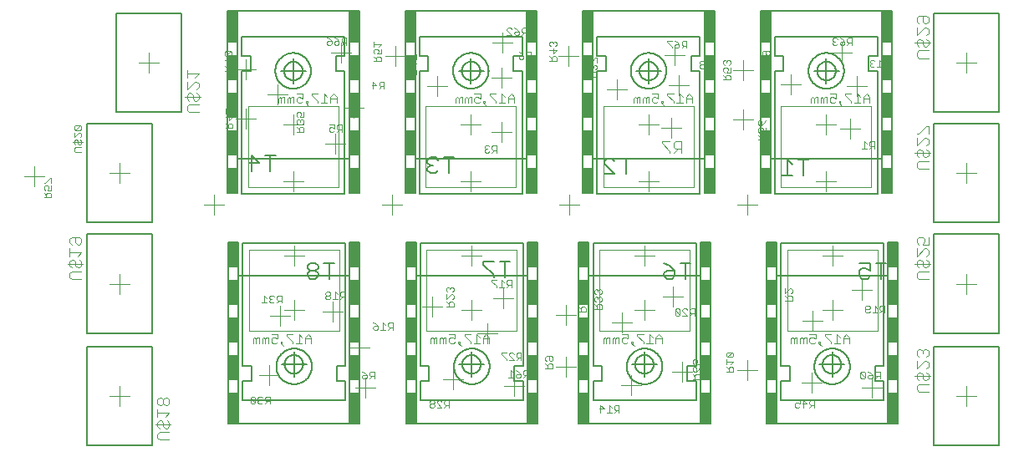
<source format=gbo>
G75*
%MOIN*%
%OFA0B0*%
%FSLAX25Y25*%
%IPPOS*%
%LPD*%
%AMOC8*
5,1,8,0,0,1.08239X$1,22.5*
%
%ADD10C,0.00600*%
%ADD11C,0.00200*%
%ADD12C,0.00400*%
%ADD13C,0.00700*%
%ADD14C,0.00000*%
%ADD15C,0.00300*%
%ADD16R,0.04000X0.10000*%
%ADD17R,0.04000X0.12500*%
%ADD18C,0.00500*%
D10*
X0084850Y0020660D02*
X0088850Y0020660D01*
X0088850Y0079660D01*
X0133350Y0079660D01*
X0133350Y0020660D01*
X0137350Y0020660D01*
X0137350Y0093160D01*
X0133350Y0093160D01*
X0133350Y0079660D01*
X0131650Y0092614D02*
X0131650Y0043614D01*
X0128150Y0043614D01*
X0128150Y0037614D01*
X0131650Y0037614D01*
X0131650Y0030114D01*
X0090650Y0030114D01*
X0090650Y0037614D01*
X0094150Y0037614D01*
X0094150Y0043614D01*
X0090650Y0043614D01*
X0090650Y0092614D01*
X0131650Y0092614D01*
X0155716Y0093160D02*
X0159716Y0093160D01*
X0159716Y0079660D01*
X0159716Y0020660D01*
X0204216Y0020660D01*
X0204216Y0079660D01*
X0159716Y0079660D01*
X0161516Y0092614D02*
X0161516Y0043614D01*
X0165016Y0043614D01*
X0165016Y0037614D01*
X0161516Y0037614D01*
X0161516Y0030114D01*
X0202516Y0030114D01*
X0202516Y0037614D01*
X0199016Y0037614D01*
X0199016Y0043614D01*
X0202516Y0043614D01*
X0202516Y0092614D01*
X0161516Y0092614D01*
X0155716Y0093160D02*
X0155716Y0020660D01*
X0159716Y0020660D01*
X0133350Y0020660D02*
X0088850Y0020660D01*
X0084850Y0020660D02*
X0084850Y0093160D01*
X0088850Y0093160D01*
X0088850Y0079660D01*
X0111150Y0049460D02*
X0111150Y0039460D01*
X0104050Y0043614D02*
X0104052Y0043788D01*
X0104059Y0043962D01*
X0104069Y0044136D01*
X0104084Y0044310D01*
X0104103Y0044483D01*
X0104127Y0044656D01*
X0104155Y0044828D01*
X0104186Y0044999D01*
X0104223Y0045170D01*
X0104263Y0045339D01*
X0104307Y0045508D01*
X0104356Y0045675D01*
X0104408Y0045841D01*
X0104465Y0046006D01*
X0104526Y0046169D01*
X0104590Y0046331D01*
X0104659Y0046491D01*
X0104732Y0046650D01*
X0104808Y0046806D01*
X0104888Y0046961D01*
X0104972Y0047114D01*
X0105060Y0047264D01*
X0105152Y0047412D01*
X0105247Y0047559D01*
X0105345Y0047702D01*
X0105447Y0047843D01*
X0105553Y0047982D01*
X0105662Y0048118D01*
X0105774Y0048252D01*
X0105889Y0048382D01*
X0106008Y0048510D01*
X0106130Y0048634D01*
X0106254Y0048756D01*
X0106382Y0048875D01*
X0106512Y0048990D01*
X0106646Y0049102D01*
X0106782Y0049211D01*
X0106921Y0049317D01*
X0107062Y0049419D01*
X0107205Y0049517D01*
X0107352Y0049612D01*
X0107500Y0049704D01*
X0107650Y0049792D01*
X0107803Y0049876D01*
X0107958Y0049956D01*
X0108114Y0050032D01*
X0108273Y0050105D01*
X0108433Y0050174D01*
X0108595Y0050238D01*
X0108758Y0050299D01*
X0108923Y0050356D01*
X0109089Y0050408D01*
X0109256Y0050457D01*
X0109425Y0050501D01*
X0109594Y0050541D01*
X0109765Y0050578D01*
X0109936Y0050609D01*
X0110108Y0050637D01*
X0110281Y0050661D01*
X0110454Y0050680D01*
X0110628Y0050695D01*
X0110802Y0050705D01*
X0110976Y0050712D01*
X0111150Y0050714D01*
X0111324Y0050712D01*
X0111498Y0050705D01*
X0111672Y0050695D01*
X0111846Y0050680D01*
X0112019Y0050661D01*
X0112192Y0050637D01*
X0112364Y0050609D01*
X0112535Y0050578D01*
X0112706Y0050541D01*
X0112875Y0050501D01*
X0113044Y0050457D01*
X0113211Y0050408D01*
X0113377Y0050356D01*
X0113542Y0050299D01*
X0113705Y0050238D01*
X0113867Y0050174D01*
X0114027Y0050105D01*
X0114186Y0050032D01*
X0114342Y0049956D01*
X0114497Y0049876D01*
X0114650Y0049792D01*
X0114800Y0049704D01*
X0114948Y0049612D01*
X0115095Y0049517D01*
X0115238Y0049419D01*
X0115379Y0049317D01*
X0115518Y0049211D01*
X0115654Y0049102D01*
X0115788Y0048990D01*
X0115918Y0048875D01*
X0116046Y0048756D01*
X0116170Y0048634D01*
X0116292Y0048510D01*
X0116411Y0048382D01*
X0116526Y0048252D01*
X0116638Y0048118D01*
X0116747Y0047982D01*
X0116853Y0047843D01*
X0116955Y0047702D01*
X0117053Y0047559D01*
X0117148Y0047412D01*
X0117240Y0047264D01*
X0117328Y0047114D01*
X0117412Y0046961D01*
X0117492Y0046806D01*
X0117568Y0046650D01*
X0117641Y0046491D01*
X0117710Y0046331D01*
X0117774Y0046169D01*
X0117835Y0046006D01*
X0117892Y0045841D01*
X0117944Y0045675D01*
X0117993Y0045508D01*
X0118037Y0045339D01*
X0118077Y0045170D01*
X0118114Y0044999D01*
X0118145Y0044828D01*
X0118173Y0044656D01*
X0118197Y0044483D01*
X0118216Y0044310D01*
X0118231Y0044136D01*
X0118241Y0043962D01*
X0118248Y0043788D01*
X0118250Y0043614D01*
X0118248Y0043440D01*
X0118241Y0043266D01*
X0118231Y0043092D01*
X0118216Y0042918D01*
X0118197Y0042745D01*
X0118173Y0042572D01*
X0118145Y0042400D01*
X0118114Y0042229D01*
X0118077Y0042058D01*
X0118037Y0041889D01*
X0117993Y0041720D01*
X0117944Y0041553D01*
X0117892Y0041387D01*
X0117835Y0041222D01*
X0117774Y0041059D01*
X0117710Y0040897D01*
X0117641Y0040737D01*
X0117568Y0040578D01*
X0117492Y0040422D01*
X0117412Y0040267D01*
X0117328Y0040114D01*
X0117240Y0039964D01*
X0117148Y0039816D01*
X0117053Y0039669D01*
X0116955Y0039526D01*
X0116853Y0039385D01*
X0116747Y0039246D01*
X0116638Y0039110D01*
X0116526Y0038976D01*
X0116411Y0038846D01*
X0116292Y0038718D01*
X0116170Y0038594D01*
X0116046Y0038472D01*
X0115918Y0038353D01*
X0115788Y0038238D01*
X0115654Y0038126D01*
X0115518Y0038017D01*
X0115379Y0037911D01*
X0115238Y0037809D01*
X0115095Y0037711D01*
X0114948Y0037616D01*
X0114800Y0037524D01*
X0114650Y0037436D01*
X0114497Y0037352D01*
X0114342Y0037272D01*
X0114186Y0037196D01*
X0114027Y0037123D01*
X0113867Y0037054D01*
X0113705Y0036990D01*
X0113542Y0036929D01*
X0113377Y0036872D01*
X0113211Y0036820D01*
X0113044Y0036771D01*
X0112875Y0036727D01*
X0112706Y0036687D01*
X0112535Y0036650D01*
X0112364Y0036619D01*
X0112192Y0036591D01*
X0112019Y0036567D01*
X0111846Y0036548D01*
X0111672Y0036533D01*
X0111498Y0036523D01*
X0111324Y0036516D01*
X0111150Y0036514D01*
X0110976Y0036516D01*
X0110802Y0036523D01*
X0110628Y0036533D01*
X0110454Y0036548D01*
X0110281Y0036567D01*
X0110108Y0036591D01*
X0109936Y0036619D01*
X0109765Y0036650D01*
X0109594Y0036687D01*
X0109425Y0036727D01*
X0109256Y0036771D01*
X0109089Y0036820D01*
X0108923Y0036872D01*
X0108758Y0036929D01*
X0108595Y0036990D01*
X0108433Y0037054D01*
X0108273Y0037123D01*
X0108114Y0037196D01*
X0107958Y0037272D01*
X0107803Y0037352D01*
X0107650Y0037436D01*
X0107500Y0037524D01*
X0107352Y0037616D01*
X0107205Y0037711D01*
X0107062Y0037809D01*
X0106921Y0037911D01*
X0106782Y0038017D01*
X0106646Y0038126D01*
X0106512Y0038238D01*
X0106382Y0038353D01*
X0106254Y0038472D01*
X0106130Y0038594D01*
X0106008Y0038718D01*
X0105889Y0038846D01*
X0105774Y0038976D01*
X0105662Y0039110D01*
X0105553Y0039246D01*
X0105447Y0039385D01*
X0105345Y0039526D01*
X0105247Y0039669D01*
X0105152Y0039816D01*
X0105060Y0039964D01*
X0104972Y0040114D01*
X0104888Y0040267D01*
X0104808Y0040422D01*
X0104732Y0040578D01*
X0104659Y0040737D01*
X0104590Y0040897D01*
X0104526Y0041059D01*
X0104465Y0041222D01*
X0104408Y0041387D01*
X0104356Y0041553D01*
X0104307Y0041720D01*
X0104263Y0041889D01*
X0104223Y0042058D01*
X0104186Y0042229D01*
X0104155Y0042400D01*
X0104127Y0042572D01*
X0104103Y0042745D01*
X0104084Y0042918D01*
X0104069Y0043092D01*
X0104059Y0043266D01*
X0104052Y0043440D01*
X0104050Y0043614D01*
X0106050Y0044460D02*
X0116050Y0044460D01*
X0107350Y0044460D02*
X0107352Y0044581D01*
X0107358Y0044702D01*
X0107368Y0044823D01*
X0107382Y0044943D01*
X0107399Y0045063D01*
X0107421Y0045182D01*
X0107447Y0045300D01*
X0107476Y0045418D01*
X0107509Y0045534D01*
X0107546Y0045649D01*
X0107587Y0045763D01*
X0107632Y0045876D01*
X0107680Y0045987D01*
X0107732Y0046096D01*
X0107787Y0046204D01*
X0107846Y0046310D01*
X0107908Y0046414D01*
X0107974Y0046516D01*
X0108042Y0046615D01*
X0108115Y0046712D01*
X0108190Y0046807D01*
X0108268Y0046900D01*
X0108350Y0046989D01*
X0108434Y0047076D01*
X0108521Y0047160D01*
X0108610Y0047242D01*
X0108703Y0047320D01*
X0108798Y0047395D01*
X0108895Y0047468D01*
X0108994Y0047536D01*
X0109096Y0047602D01*
X0109200Y0047664D01*
X0109306Y0047723D01*
X0109414Y0047778D01*
X0109523Y0047830D01*
X0109634Y0047878D01*
X0109747Y0047923D01*
X0109861Y0047964D01*
X0109976Y0048001D01*
X0110092Y0048034D01*
X0110210Y0048063D01*
X0110328Y0048089D01*
X0110447Y0048111D01*
X0110567Y0048128D01*
X0110687Y0048142D01*
X0110808Y0048152D01*
X0110929Y0048158D01*
X0111050Y0048160D01*
X0111171Y0048158D01*
X0111292Y0048152D01*
X0111413Y0048142D01*
X0111533Y0048128D01*
X0111653Y0048111D01*
X0111772Y0048089D01*
X0111890Y0048063D01*
X0112008Y0048034D01*
X0112124Y0048001D01*
X0112239Y0047964D01*
X0112353Y0047923D01*
X0112466Y0047878D01*
X0112577Y0047830D01*
X0112686Y0047778D01*
X0112794Y0047723D01*
X0112900Y0047664D01*
X0113004Y0047602D01*
X0113106Y0047536D01*
X0113205Y0047468D01*
X0113302Y0047395D01*
X0113397Y0047320D01*
X0113490Y0047242D01*
X0113579Y0047160D01*
X0113666Y0047076D01*
X0113750Y0046989D01*
X0113832Y0046900D01*
X0113910Y0046807D01*
X0113985Y0046712D01*
X0114058Y0046615D01*
X0114126Y0046516D01*
X0114192Y0046414D01*
X0114254Y0046310D01*
X0114313Y0046204D01*
X0114368Y0046096D01*
X0114420Y0045987D01*
X0114468Y0045876D01*
X0114513Y0045763D01*
X0114554Y0045649D01*
X0114591Y0045534D01*
X0114624Y0045418D01*
X0114653Y0045300D01*
X0114679Y0045182D01*
X0114701Y0045063D01*
X0114718Y0044943D01*
X0114732Y0044823D01*
X0114742Y0044702D01*
X0114748Y0044581D01*
X0114750Y0044460D01*
X0114748Y0044339D01*
X0114742Y0044218D01*
X0114732Y0044097D01*
X0114718Y0043977D01*
X0114701Y0043857D01*
X0114679Y0043738D01*
X0114653Y0043620D01*
X0114624Y0043502D01*
X0114591Y0043386D01*
X0114554Y0043271D01*
X0114513Y0043157D01*
X0114468Y0043044D01*
X0114420Y0042933D01*
X0114368Y0042824D01*
X0114313Y0042716D01*
X0114254Y0042610D01*
X0114192Y0042506D01*
X0114126Y0042404D01*
X0114058Y0042305D01*
X0113985Y0042208D01*
X0113910Y0042113D01*
X0113832Y0042020D01*
X0113750Y0041931D01*
X0113666Y0041844D01*
X0113579Y0041760D01*
X0113490Y0041678D01*
X0113397Y0041600D01*
X0113302Y0041525D01*
X0113205Y0041452D01*
X0113106Y0041384D01*
X0113004Y0041318D01*
X0112900Y0041256D01*
X0112794Y0041197D01*
X0112686Y0041142D01*
X0112577Y0041090D01*
X0112466Y0041042D01*
X0112353Y0040997D01*
X0112239Y0040956D01*
X0112124Y0040919D01*
X0112008Y0040886D01*
X0111890Y0040857D01*
X0111772Y0040831D01*
X0111653Y0040809D01*
X0111533Y0040792D01*
X0111413Y0040778D01*
X0111292Y0040768D01*
X0111171Y0040762D01*
X0111050Y0040760D01*
X0110929Y0040762D01*
X0110808Y0040768D01*
X0110687Y0040778D01*
X0110567Y0040792D01*
X0110447Y0040809D01*
X0110328Y0040831D01*
X0110210Y0040857D01*
X0110092Y0040886D01*
X0109976Y0040919D01*
X0109861Y0040956D01*
X0109747Y0040997D01*
X0109634Y0041042D01*
X0109523Y0041090D01*
X0109414Y0041142D01*
X0109306Y0041197D01*
X0109200Y0041256D01*
X0109096Y0041318D01*
X0108994Y0041384D01*
X0108895Y0041452D01*
X0108798Y0041525D01*
X0108703Y0041600D01*
X0108610Y0041678D01*
X0108521Y0041760D01*
X0108434Y0041844D01*
X0108350Y0041931D01*
X0108268Y0042020D01*
X0108190Y0042113D01*
X0108115Y0042208D01*
X0108042Y0042305D01*
X0107974Y0042404D01*
X0107908Y0042506D01*
X0107846Y0042610D01*
X0107787Y0042716D01*
X0107732Y0042824D01*
X0107680Y0042933D01*
X0107632Y0043044D01*
X0107587Y0043157D01*
X0107546Y0043271D01*
X0107509Y0043386D01*
X0107476Y0043502D01*
X0107447Y0043620D01*
X0107421Y0043738D01*
X0107399Y0043857D01*
X0107382Y0043977D01*
X0107368Y0044097D01*
X0107358Y0044218D01*
X0107352Y0044339D01*
X0107350Y0044460D01*
X0176916Y0044460D02*
X0186916Y0044460D01*
X0174916Y0043614D02*
X0174918Y0043788D01*
X0174925Y0043962D01*
X0174935Y0044136D01*
X0174950Y0044310D01*
X0174969Y0044483D01*
X0174993Y0044656D01*
X0175021Y0044828D01*
X0175052Y0044999D01*
X0175089Y0045170D01*
X0175129Y0045339D01*
X0175173Y0045508D01*
X0175222Y0045675D01*
X0175274Y0045841D01*
X0175331Y0046006D01*
X0175392Y0046169D01*
X0175456Y0046331D01*
X0175525Y0046491D01*
X0175598Y0046650D01*
X0175674Y0046806D01*
X0175754Y0046961D01*
X0175838Y0047114D01*
X0175926Y0047264D01*
X0176018Y0047412D01*
X0176113Y0047559D01*
X0176211Y0047702D01*
X0176313Y0047843D01*
X0176419Y0047982D01*
X0176528Y0048118D01*
X0176640Y0048252D01*
X0176755Y0048382D01*
X0176874Y0048510D01*
X0176996Y0048634D01*
X0177120Y0048756D01*
X0177248Y0048875D01*
X0177378Y0048990D01*
X0177512Y0049102D01*
X0177648Y0049211D01*
X0177787Y0049317D01*
X0177928Y0049419D01*
X0178071Y0049517D01*
X0178218Y0049612D01*
X0178366Y0049704D01*
X0178516Y0049792D01*
X0178669Y0049876D01*
X0178824Y0049956D01*
X0178980Y0050032D01*
X0179139Y0050105D01*
X0179299Y0050174D01*
X0179461Y0050238D01*
X0179624Y0050299D01*
X0179789Y0050356D01*
X0179955Y0050408D01*
X0180122Y0050457D01*
X0180291Y0050501D01*
X0180460Y0050541D01*
X0180631Y0050578D01*
X0180802Y0050609D01*
X0180974Y0050637D01*
X0181147Y0050661D01*
X0181320Y0050680D01*
X0181494Y0050695D01*
X0181668Y0050705D01*
X0181842Y0050712D01*
X0182016Y0050714D01*
X0182190Y0050712D01*
X0182364Y0050705D01*
X0182538Y0050695D01*
X0182712Y0050680D01*
X0182885Y0050661D01*
X0183058Y0050637D01*
X0183230Y0050609D01*
X0183401Y0050578D01*
X0183572Y0050541D01*
X0183741Y0050501D01*
X0183910Y0050457D01*
X0184077Y0050408D01*
X0184243Y0050356D01*
X0184408Y0050299D01*
X0184571Y0050238D01*
X0184733Y0050174D01*
X0184893Y0050105D01*
X0185052Y0050032D01*
X0185208Y0049956D01*
X0185363Y0049876D01*
X0185516Y0049792D01*
X0185666Y0049704D01*
X0185814Y0049612D01*
X0185961Y0049517D01*
X0186104Y0049419D01*
X0186245Y0049317D01*
X0186384Y0049211D01*
X0186520Y0049102D01*
X0186654Y0048990D01*
X0186784Y0048875D01*
X0186912Y0048756D01*
X0187036Y0048634D01*
X0187158Y0048510D01*
X0187277Y0048382D01*
X0187392Y0048252D01*
X0187504Y0048118D01*
X0187613Y0047982D01*
X0187719Y0047843D01*
X0187821Y0047702D01*
X0187919Y0047559D01*
X0188014Y0047412D01*
X0188106Y0047264D01*
X0188194Y0047114D01*
X0188278Y0046961D01*
X0188358Y0046806D01*
X0188434Y0046650D01*
X0188507Y0046491D01*
X0188576Y0046331D01*
X0188640Y0046169D01*
X0188701Y0046006D01*
X0188758Y0045841D01*
X0188810Y0045675D01*
X0188859Y0045508D01*
X0188903Y0045339D01*
X0188943Y0045170D01*
X0188980Y0044999D01*
X0189011Y0044828D01*
X0189039Y0044656D01*
X0189063Y0044483D01*
X0189082Y0044310D01*
X0189097Y0044136D01*
X0189107Y0043962D01*
X0189114Y0043788D01*
X0189116Y0043614D01*
X0189114Y0043440D01*
X0189107Y0043266D01*
X0189097Y0043092D01*
X0189082Y0042918D01*
X0189063Y0042745D01*
X0189039Y0042572D01*
X0189011Y0042400D01*
X0188980Y0042229D01*
X0188943Y0042058D01*
X0188903Y0041889D01*
X0188859Y0041720D01*
X0188810Y0041553D01*
X0188758Y0041387D01*
X0188701Y0041222D01*
X0188640Y0041059D01*
X0188576Y0040897D01*
X0188507Y0040737D01*
X0188434Y0040578D01*
X0188358Y0040422D01*
X0188278Y0040267D01*
X0188194Y0040114D01*
X0188106Y0039964D01*
X0188014Y0039816D01*
X0187919Y0039669D01*
X0187821Y0039526D01*
X0187719Y0039385D01*
X0187613Y0039246D01*
X0187504Y0039110D01*
X0187392Y0038976D01*
X0187277Y0038846D01*
X0187158Y0038718D01*
X0187036Y0038594D01*
X0186912Y0038472D01*
X0186784Y0038353D01*
X0186654Y0038238D01*
X0186520Y0038126D01*
X0186384Y0038017D01*
X0186245Y0037911D01*
X0186104Y0037809D01*
X0185961Y0037711D01*
X0185814Y0037616D01*
X0185666Y0037524D01*
X0185516Y0037436D01*
X0185363Y0037352D01*
X0185208Y0037272D01*
X0185052Y0037196D01*
X0184893Y0037123D01*
X0184733Y0037054D01*
X0184571Y0036990D01*
X0184408Y0036929D01*
X0184243Y0036872D01*
X0184077Y0036820D01*
X0183910Y0036771D01*
X0183741Y0036727D01*
X0183572Y0036687D01*
X0183401Y0036650D01*
X0183230Y0036619D01*
X0183058Y0036591D01*
X0182885Y0036567D01*
X0182712Y0036548D01*
X0182538Y0036533D01*
X0182364Y0036523D01*
X0182190Y0036516D01*
X0182016Y0036514D01*
X0181842Y0036516D01*
X0181668Y0036523D01*
X0181494Y0036533D01*
X0181320Y0036548D01*
X0181147Y0036567D01*
X0180974Y0036591D01*
X0180802Y0036619D01*
X0180631Y0036650D01*
X0180460Y0036687D01*
X0180291Y0036727D01*
X0180122Y0036771D01*
X0179955Y0036820D01*
X0179789Y0036872D01*
X0179624Y0036929D01*
X0179461Y0036990D01*
X0179299Y0037054D01*
X0179139Y0037123D01*
X0178980Y0037196D01*
X0178824Y0037272D01*
X0178669Y0037352D01*
X0178516Y0037436D01*
X0178366Y0037524D01*
X0178218Y0037616D01*
X0178071Y0037711D01*
X0177928Y0037809D01*
X0177787Y0037911D01*
X0177648Y0038017D01*
X0177512Y0038126D01*
X0177378Y0038238D01*
X0177248Y0038353D01*
X0177120Y0038472D01*
X0176996Y0038594D01*
X0176874Y0038718D01*
X0176755Y0038846D01*
X0176640Y0038976D01*
X0176528Y0039110D01*
X0176419Y0039246D01*
X0176313Y0039385D01*
X0176211Y0039526D01*
X0176113Y0039669D01*
X0176018Y0039816D01*
X0175926Y0039964D01*
X0175838Y0040114D01*
X0175754Y0040267D01*
X0175674Y0040422D01*
X0175598Y0040578D01*
X0175525Y0040737D01*
X0175456Y0040897D01*
X0175392Y0041059D01*
X0175331Y0041222D01*
X0175274Y0041387D01*
X0175222Y0041553D01*
X0175173Y0041720D01*
X0175129Y0041889D01*
X0175089Y0042058D01*
X0175052Y0042229D01*
X0175021Y0042400D01*
X0174993Y0042572D01*
X0174969Y0042745D01*
X0174950Y0042918D01*
X0174935Y0043092D01*
X0174925Y0043266D01*
X0174918Y0043440D01*
X0174916Y0043614D01*
X0178216Y0044460D02*
X0178218Y0044581D01*
X0178224Y0044702D01*
X0178234Y0044823D01*
X0178248Y0044943D01*
X0178265Y0045063D01*
X0178287Y0045182D01*
X0178313Y0045300D01*
X0178342Y0045418D01*
X0178375Y0045534D01*
X0178412Y0045649D01*
X0178453Y0045763D01*
X0178498Y0045876D01*
X0178546Y0045987D01*
X0178598Y0046096D01*
X0178653Y0046204D01*
X0178712Y0046310D01*
X0178774Y0046414D01*
X0178840Y0046516D01*
X0178908Y0046615D01*
X0178981Y0046712D01*
X0179056Y0046807D01*
X0179134Y0046900D01*
X0179216Y0046989D01*
X0179300Y0047076D01*
X0179387Y0047160D01*
X0179476Y0047242D01*
X0179569Y0047320D01*
X0179664Y0047395D01*
X0179761Y0047468D01*
X0179860Y0047536D01*
X0179962Y0047602D01*
X0180066Y0047664D01*
X0180172Y0047723D01*
X0180280Y0047778D01*
X0180389Y0047830D01*
X0180500Y0047878D01*
X0180613Y0047923D01*
X0180727Y0047964D01*
X0180842Y0048001D01*
X0180958Y0048034D01*
X0181076Y0048063D01*
X0181194Y0048089D01*
X0181313Y0048111D01*
X0181433Y0048128D01*
X0181553Y0048142D01*
X0181674Y0048152D01*
X0181795Y0048158D01*
X0181916Y0048160D01*
X0182037Y0048158D01*
X0182158Y0048152D01*
X0182279Y0048142D01*
X0182399Y0048128D01*
X0182519Y0048111D01*
X0182638Y0048089D01*
X0182756Y0048063D01*
X0182874Y0048034D01*
X0182990Y0048001D01*
X0183105Y0047964D01*
X0183219Y0047923D01*
X0183332Y0047878D01*
X0183443Y0047830D01*
X0183552Y0047778D01*
X0183660Y0047723D01*
X0183766Y0047664D01*
X0183870Y0047602D01*
X0183972Y0047536D01*
X0184071Y0047468D01*
X0184168Y0047395D01*
X0184263Y0047320D01*
X0184356Y0047242D01*
X0184445Y0047160D01*
X0184532Y0047076D01*
X0184616Y0046989D01*
X0184698Y0046900D01*
X0184776Y0046807D01*
X0184851Y0046712D01*
X0184924Y0046615D01*
X0184992Y0046516D01*
X0185058Y0046414D01*
X0185120Y0046310D01*
X0185179Y0046204D01*
X0185234Y0046096D01*
X0185286Y0045987D01*
X0185334Y0045876D01*
X0185379Y0045763D01*
X0185420Y0045649D01*
X0185457Y0045534D01*
X0185490Y0045418D01*
X0185519Y0045300D01*
X0185545Y0045182D01*
X0185567Y0045063D01*
X0185584Y0044943D01*
X0185598Y0044823D01*
X0185608Y0044702D01*
X0185614Y0044581D01*
X0185616Y0044460D01*
X0185614Y0044339D01*
X0185608Y0044218D01*
X0185598Y0044097D01*
X0185584Y0043977D01*
X0185567Y0043857D01*
X0185545Y0043738D01*
X0185519Y0043620D01*
X0185490Y0043502D01*
X0185457Y0043386D01*
X0185420Y0043271D01*
X0185379Y0043157D01*
X0185334Y0043044D01*
X0185286Y0042933D01*
X0185234Y0042824D01*
X0185179Y0042716D01*
X0185120Y0042610D01*
X0185058Y0042506D01*
X0184992Y0042404D01*
X0184924Y0042305D01*
X0184851Y0042208D01*
X0184776Y0042113D01*
X0184698Y0042020D01*
X0184616Y0041931D01*
X0184532Y0041844D01*
X0184445Y0041760D01*
X0184356Y0041678D01*
X0184263Y0041600D01*
X0184168Y0041525D01*
X0184071Y0041452D01*
X0183972Y0041384D01*
X0183870Y0041318D01*
X0183766Y0041256D01*
X0183660Y0041197D01*
X0183552Y0041142D01*
X0183443Y0041090D01*
X0183332Y0041042D01*
X0183219Y0040997D01*
X0183105Y0040956D01*
X0182990Y0040919D01*
X0182874Y0040886D01*
X0182756Y0040857D01*
X0182638Y0040831D01*
X0182519Y0040809D01*
X0182399Y0040792D01*
X0182279Y0040778D01*
X0182158Y0040768D01*
X0182037Y0040762D01*
X0181916Y0040760D01*
X0181795Y0040762D01*
X0181674Y0040768D01*
X0181553Y0040778D01*
X0181433Y0040792D01*
X0181313Y0040809D01*
X0181194Y0040831D01*
X0181076Y0040857D01*
X0180958Y0040886D01*
X0180842Y0040919D01*
X0180727Y0040956D01*
X0180613Y0040997D01*
X0180500Y0041042D01*
X0180389Y0041090D01*
X0180280Y0041142D01*
X0180172Y0041197D01*
X0180066Y0041256D01*
X0179962Y0041318D01*
X0179860Y0041384D01*
X0179761Y0041452D01*
X0179664Y0041525D01*
X0179569Y0041600D01*
X0179476Y0041678D01*
X0179387Y0041760D01*
X0179300Y0041844D01*
X0179216Y0041931D01*
X0179134Y0042020D01*
X0179056Y0042113D01*
X0178981Y0042208D01*
X0178908Y0042305D01*
X0178840Y0042404D01*
X0178774Y0042506D01*
X0178712Y0042610D01*
X0178653Y0042716D01*
X0178598Y0042824D01*
X0178546Y0042933D01*
X0178498Y0043044D01*
X0178453Y0043157D01*
X0178412Y0043271D01*
X0178375Y0043386D01*
X0178342Y0043502D01*
X0178313Y0043620D01*
X0178287Y0043738D01*
X0178265Y0043857D01*
X0178248Y0043977D01*
X0178234Y0044097D01*
X0178224Y0044218D01*
X0178218Y0044339D01*
X0178216Y0044460D01*
X0182016Y0039460D02*
X0182016Y0049460D01*
X0230413Y0043614D02*
X0233913Y0043614D01*
X0233913Y0037614D01*
X0230413Y0037614D01*
X0230413Y0030114D01*
X0271413Y0030114D01*
X0271413Y0037614D01*
X0267913Y0037614D01*
X0267913Y0043614D01*
X0271413Y0043614D01*
X0271413Y0092614D01*
X0230413Y0092614D01*
X0230413Y0043614D01*
X0245813Y0044460D02*
X0255813Y0044460D01*
X0243813Y0043614D02*
X0243815Y0043788D01*
X0243822Y0043962D01*
X0243832Y0044136D01*
X0243847Y0044310D01*
X0243866Y0044483D01*
X0243890Y0044656D01*
X0243918Y0044828D01*
X0243949Y0044999D01*
X0243986Y0045170D01*
X0244026Y0045339D01*
X0244070Y0045508D01*
X0244119Y0045675D01*
X0244171Y0045841D01*
X0244228Y0046006D01*
X0244289Y0046169D01*
X0244353Y0046331D01*
X0244422Y0046491D01*
X0244495Y0046650D01*
X0244571Y0046806D01*
X0244651Y0046961D01*
X0244735Y0047114D01*
X0244823Y0047264D01*
X0244915Y0047412D01*
X0245010Y0047559D01*
X0245108Y0047702D01*
X0245210Y0047843D01*
X0245316Y0047982D01*
X0245425Y0048118D01*
X0245537Y0048252D01*
X0245652Y0048382D01*
X0245771Y0048510D01*
X0245893Y0048634D01*
X0246017Y0048756D01*
X0246145Y0048875D01*
X0246275Y0048990D01*
X0246409Y0049102D01*
X0246545Y0049211D01*
X0246684Y0049317D01*
X0246825Y0049419D01*
X0246968Y0049517D01*
X0247115Y0049612D01*
X0247263Y0049704D01*
X0247413Y0049792D01*
X0247566Y0049876D01*
X0247721Y0049956D01*
X0247877Y0050032D01*
X0248036Y0050105D01*
X0248196Y0050174D01*
X0248358Y0050238D01*
X0248521Y0050299D01*
X0248686Y0050356D01*
X0248852Y0050408D01*
X0249019Y0050457D01*
X0249188Y0050501D01*
X0249357Y0050541D01*
X0249528Y0050578D01*
X0249699Y0050609D01*
X0249871Y0050637D01*
X0250044Y0050661D01*
X0250217Y0050680D01*
X0250391Y0050695D01*
X0250565Y0050705D01*
X0250739Y0050712D01*
X0250913Y0050714D01*
X0251087Y0050712D01*
X0251261Y0050705D01*
X0251435Y0050695D01*
X0251609Y0050680D01*
X0251782Y0050661D01*
X0251955Y0050637D01*
X0252127Y0050609D01*
X0252298Y0050578D01*
X0252469Y0050541D01*
X0252638Y0050501D01*
X0252807Y0050457D01*
X0252974Y0050408D01*
X0253140Y0050356D01*
X0253305Y0050299D01*
X0253468Y0050238D01*
X0253630Y0050174D01*
X0253790Y0050105D01*
X0253949Y0050032D01*
X0254105Y0049956D01*
X0254260Y0049876D01*
X0254413Y0049792D01*
X0254563Y0049704D01*
X0254711Y0049612D01*
X0254858Y0049517D01*
X0255001Y0049419D01*
X0255142Y0049317D01*
X0255281Y0049211D01*
X0255417Y0049102D01*
X0255551Y0048990D01*
X0255681Y0048875D01*
X0255809Y0048756D01*
X0255933Y0048634D01*
X0256055Y0048510D01*
X0256174Y0048382D01*
X0256289Y0048252D01*
X0256401Y0048118D01*
X0256510Y0047982D01*
X0256616Y0047843D01*
X0256718Y0047702D01*
X0256816Y0047559D01*
X0256911Y0047412D01*
X0257003Y0047264D01*
X0257091Y0047114D01*
X0257175Y0046961D01*
X0257255Y0046806D01*
X0257331Y0046650D01*
X0257404Y0046491D01*
X0257473Y0046331D01*
X0257537Y0046169D01*
X0257598Y0046006D01*
X0257655Y0045841D01*
X0257707Y0045675D01*
X0257756Y0045508D01*
X0257800Y0045339D01*
X0257840Y0045170D01*
X0257877Y0044999D01*
X0257908Y0044828D01*
X0257936Y0044656D01*
X0257960Y0044483D01*
X0257979Y0044310D01*
X0257994Y0044136D01*
X0258004Y0043962D01*
X0258011Y0043788D01*
X0258013Y0043614D01*
X0258011Y0043440D01*
X0258004Y0043266D01*
X0257994Y0043092D01*
X0257979Y0042918D01*
X0257960Y0042745D01*
X0257936Y0042572D01*
X0257908Y0042400D01*
X0257877Y0042229D01*
X0257840Y0042058D01*
X0257800Y0041889D01*
X0257756Y0041720D01*
X0257707Y0041553D01*
X0257655Y0041387D01*
X0257598Y0041222D01*
X0257537Y0041059D01*
X0257473Y0040897D01*
X0257404Y0040737D01*
X0257331Y0040578D01*
X0257255Y0040422D01*
X0257175Y0040267D01*
X0257091Y0040114D01*
X0257003Y0039964D01*
X0256911Y0039816D01*
X0256816Y0039669D01*
X0256718Y0039526D01*
X0256616Y0039385D01*
X0256510Y0039246D01*
X0256401Y0039110D01*
X0256289Y0038976D01*
X0256174Y0038846D01*
X0256055Y0038718D01*
X0255933Y0038594D01*
X0255809Y0038472D01*
X0255681Y0038353D01*
X0255551Y0038238D01*
X0255417Y0038126D01*
X0255281Y0038017D01*
X0255142Y0037911D01*
X0255001Y0037809D01*
X0254858Y0037711D01*
X0254711Y0037616D01*
X0254563Y0037524D01*
X0254413Y0037436D01*
X0254260Y0037352D01*
X0254105Y0037272D01*
X0253949Y0037196D01*
X0253790Y0037123D01*
X0253630Y0037054D01*
X0253468Y0036990D01*
X0253305Y0036929D01*
X0253140Y0036872D01*
X0252974Y0036820D01*
X0252807Y0036771D01*
X0252638Y0036727D01*
X0252469Y0036687D01*
X0252298Y0036650D01*
X0252127Y0036619D01*
X0251955Y0036591D01*
X0251782Y0036567D01*
X0251609Y0036548D01*
X0251435Y0036533D01*
X0251261Y0036523D01*
X0251087Y0036516D01*
X0250913Y0036514D01*
X0250739Y0036516D01*
X0250565Y0036523D01*
X0250391Y0036533D01*
X0250217Y0036548D01*
X0250044Y0036567D01*
X0249871Y0036591D01*
X0249699Y0036619D01*
X0249528Y0036650D01*
X0249357Y0036687D01*
X0249188Y0036727D01*
X0249019Y0036771D01*
X0248852Y0036820D01*
X0248686Y0036872D01*
X0248521Y0036929D01*
X0248358Y0036990D01*
X0248196Y0037054D01*
X0248036Y0037123D01*
X0247877Y0037196D01*
X0247721Y0037272D01*
X0247566Y0037352D01*
X0247413Y0037436D01*
X0247263Y0037524D01*
X0247115Y0037616D01*
X0246968Y0037711D01*
X0246825Y0037809D01*
X0246684Y0037911D01*
X0246545Y0038017D01*
X0246409Y0038126D01*
X0246275Y0038238D01*
X0246145Y0038353D01*
X0246017Y0038472D01*
X0245893Y0038594D01*
X0245771Y0038718D01*
X0245652Y0038846D01*
X0245537Y0038976D01*
X0245425Y0039110D01*
X0245316Y0039246D01*
X0245210Y0039385D01*
X0245108Y0039526D01*
X0245010Y0039669D01*
X0244915Y0039816D01*
X0244823Y0039964D01*
X0244735Y0040114D01*
X0244651Y0040267D01*
X0244571Y0040422D01*
X0244495Y0040578D01*
X0244422Y0040737D01*
X0244353Y0040897D01*
X0244289Y0041059D01*
X0244228Y0041222D01*
X0244171Y0041387D01*
X0244119Y0041553D01*
X0244070Y0041720D01*
X0244026Y0041889D01*
X0243986Y0042058D01*
X0243949Y0042229D01*
X0243918Y0042400D01*
X0243890Y0042572D01*
X0243866Y0042745D01*
X0243847Y0042918D01*
X0243832Y0043092D01*
X0243822Y0043266D01*
X0243815Y0043440D01*
X0243813Y0043614D01*
X0247113Y0044460D02*
X0247115Y0044581D01*
X0247121Y0044702D01*
X0247131Y0044823D01*
X0247145Y0044943D01*
X0247162Y0045063D01*
X0247184Y0045182D01*
X0247210Y0045300D01*
X0247239Y0045418D01*
X0247272Y0045534D01*
X0247309Y0045649D01*
X0247350Y0045763D01*
X0247395Y0045876D01*
X0247443Y0045987D01*
X0247495Y0046096D01*
X0247550Y0046204D01*
X0247609Y0046310D01*
X0247671Y0046414D01*
X0247737Y0046516D01*
X0247805Y0046615D01*
X0247878Y0046712D01*
X0247953Y0046807D01*
X0248031Y0046900D01*
X0248113Y0046989D01*
X0248197Y0047076D01*
X0248284Y0047160D01*
X0248373Y0047242D01*
X0248466Y0047320D01*
X0248561Y0047395D01*
X0248658Y0047468D01*
X0248757Y0047536D01*
X0248859Y0047602D01*
X0248963Y0047664D01*
X0249069Y0047723D01*
X0249177Y0047778D01*
X0249286Y0047830D01*
X0249397Y0047878D01*
X0249510Y0047923D01*
X0249624Y0047964D01*
X0249739Y0048001D01*
X0249855Y0048034D01*
X0249973Y0048063D01*
X0250091Y0048089D01*
X0250210Y0048111D01*
X0250330Y0048128D01*
X0250450Y0048142D01*
X0250571Y0048152D01*
X0250692Y0048158D01*
X0250813Y0048160D01*
X0250934Y0048158D01*
X0251055Y0048152D01*
X0251176Y0048142D01*
X0251296Y0048128D01*
X0251416Y0048111D01*
X0251535Y0048089D01*
X0251653Y0048063D01*
X0251771Y0048034D01*
X0251887Y0048001D01*
X0252002Y0047964D01*
X0252116Y0047923D01*
X0252229Y0047878D01*
X0252340Y0047830D01*
X0252449Y0047778D01*
X0252557Y0047723D01*
X0252663Y0047664D01*
X0252767Y0047602D01*
X0252869Y0047536D01*
X0252968Y0047468D01*
X0253065Y0047395D01*
X0253160Y0047320D01*
X0253253Y0047242D01*
X0253342Y0047160D01*
X0253429Y0047076D01*
X0253513Y0046989D01*
X0253595Y0046900D01*
X0253673Y0046807D01*
X0253748Y0046712D01*
X0253821Y0046615D01*
X0253889Y0046516D01*
X0253955Y0046414D01*
X0254017Y0046310D01*
X0254076Y0046204D01*
X0254131Y0046096D01*
X0254183Y0045987D01*
X0254231Y0045876D01*
X0254276Y0045763D01*
X0254317Y0045649D01*
X0254354Y0045534D01*
X0254387Y0045418D01*
X0254416Y0045300D01*
X0254442Y0045182D01*
X0254464Y0045063D01*
X0254481Y0044943D01*
X0254495Y0044823D01*
X0254505Y0044702D01*
X0254511Y0044581D01*
X0254513Y0044460D01*
X0254511Y0044339D01*
X0254505Y0044218D01*
X0254495Y0044097D01*
X0254481Y0043977D01*
X0254464Y0043857D01*
X0254442Y0043738D01*
X0254416Y0043620D01*
X0254387Y0043502D01*
X0254354Y0043386D01*
X0254317Y0043271D01*
X0254276Y0043157D01*
X0254231Y0043044D01*
X0254183Y0042933D01*
X0254131Y0042824D01*
X0254076Y0042716D01*
X0254017Y0042610D01*
X0253955Y0042506D01*
X0253889Y0042404D01*
X0253821Y0042305D01*
X0253748Y0042208D01*
X0253673Y0042113D01*
X0253595Y0042020D01*
X0253513Y0041931D01*
X0253429Y0041844D01*
X0253342Y0041760D01*
X0253253Y0041678D01*
X0253160Y0041600D01*
X0253065Y0041525D01*
X0252968Y0041452D01*
X0252869Y0041384D01*
X0252767Y0041318D01*
X0252663Y0041256D01*
X0252557Y0041197D01*
X0252449Y0041142D01*
X0252340Y0041090D01*
X0252229Y0041042D01*
X0252116Y0040997D01*
X0252002Y0040956D01*
X0251887Y0040919D01*
X0251771Y0040886D01*
X0251653Y0040857D01*
X0251535Y0040831D01*
X0251416Y0040809D01*
X0251296Y0040792D01*
X0251176Y0040778D01*
X0251055Y0040768D01*
X0250934Y0040762D01*
X0250813Y0040760D01*
X0250692Y0040762D01*
X0250571Y0040768D01*
X0250450Y0040778D01*
X0250330Y0040792D01*
X0250210Y0040809D01*
X0250091Y0040831D01*
X0249973Y0040857D01*
X0249855Y0040886D01*
X0249739Y0040919D01*
X0249624Y0040956D01*
X0249510Y0040997D01*
X0249397Y0041042D01*
X0249286Y0041090D01*
X0249177Y0041142D01*
X0249069Y0041197D01*
X0248963Y0041256D01*
X0248859Y0041318D01*
X0248757Y0041384D01*
X0248658Y0041452D01*
X0248561Y0041525D01*
X0248466Y0041600D01*
X0248373Y0041678D01*
X0248284Y0041760D01*
X0248197Y0041844D01*
X0248113Y0041931D01*
X0248031Y0042020D01*
X0247953Y0042113D01*
X0247878Y0042208D01*
X0247805Y0042305D01*
X0247737Y0042404D01*
X0247671Y0042506D01*
X0247609Y0042610D01*
X0247550Y0042716D01*
X0247495Y0042824D01*
X0247443Y0042933D01*
X0247395Y0043044D01*
X0247350Y0043157D01*
X0247309Y0043271D01*
X0247272Y0043386D01*
X0247239Y0043502D01*
X0247210Y0043620D01*
X0247184Y0043738D01*
X0247162Y0043857D01*
X0247145Y0043977D01*
X0247131Y0044097D01*
X0247121Y0044218D01*
X0247115Y0044339D01*
X0247113Y0044460D01*
X0250913Y0039460D02*
X0250913Y0049460D01*
X0273113Y0020660D02*
X0228613Y0020660D01*
X0228613Y0079660D01*
X0273113Y0079660D01*
X0273113Y0020660D01*
X0277113Y0020660D01*
X0277113Y0093160D01*
X0273113Y0093160D01*
X0273113Y0079660D01*
X0299417Y0093160D02*
X0303417Y0093160D01*
X0303417Y0079660D01*
X0303417Y0020660D01*
X0347917Y0020660D01*
X0347917Y0079660D01*
X0303417Y0079660D01*
X0305217Y0092614D02*
X0305217Y0043614D01*
X0308717Y0043614D01*
X0308717Y0037614D01*
X0305217Y0037614D01*
X0305217Y0030114D01*
X0346217Y0030114D01*
X0346217Y0037614D01*
X0342717Y0037614D01*
X0342717Y0043614D01*
X0346217Y0043614D01*
X0346217Y0092614D01*
X0305217Y0092614D01*
X0299417Y0093160D02*
X0299417Y0020660D01*
X0303417Y0020660D01*
X0325717Y0039460D02*
X0325717Y0049460D01*
X0321917Y0044460D02*
X0321919Y0044581D01*
X0321925Y0044702D01*
X0321935Y0044823D01*
X0321949Y0044943D01*
X0321966Y0045063D01*
X0321988Y0045182D01*
X0322014Y0045300D01*
X0322043Y0045418D01*
X0322076Y0045534D01*
X0322113Y0045649D01*
X0322154Y0045763D01*
X0322199Y0045876D01*
X0322247Y0045987D01*
X0322299Y0046096D01*
X0322354Y0046204D01*
X0322413Y0046310D01*
X0322475Y0046414D01*
X0322541Y0046516D01*
X0322609Y0046615D01*
X0322682Y0046712D01*
X0322757Y0046807D01*
X0322835Y0046900D01*
X0322917Y0046989D01*
X0323001Y0047076D01*
X0323088Y0047160D01*
X0323177Y0047242D01*
X0323270Y0047320D01*
X0323365Y0047395D01*
X0323462Y0047468D01*
X0323561Y0047536D01*
X0323663Y0047602D01*
X0323767Y0047664D01*
X0323873Y0047723D01*
X0323981Y0047778D01*
X0324090Y0047830D01*
X0324201Y0047878D01*
X0324314Y0047923D01*
X0324428Y0047964D01*
X0324543Y0048001D01*
X0324659Y0048034D01*
X0324777Y0048063D01*
X0324895Y0048089D01*
X0325014Y0048111D01*
X0325134Y0048128D01*
X0325254Y0048142D01*
X0325375Y0048152D01*
X0325496Y0048158D01*
X0325617Y0048160D01*
X0325738Y0048158D01*
X0325859Y0048152D01*
X0325980Y0048142D01*
X0326100Y0048128D01*
X0326220Y0048111D01*
X0326339Y0048089D01*
X0326457Y0048063D01*
X0326575Y0048034D01*
X0326691Y0048001D01*
X0326806Y0047964D01*
X0326920Y0047923D01*
X0327033Y0047878D01*
X0327144Y0047830D01*
X0327253Y0047778D01*
X0327361Y0047723D01*
X0327467Y0047664D01*
X0327571Y0047602D01*
X0327673Y0047536D01*
X0327772Y0047468D01*
X0327869Y0047395D01*
X0327964Y0047320D01*
X0328057Y0047242D01*
X0328146Y0047160D01*
X0328233Y0047076D01*
X0328317Y0046989D01*
X0328399Y0046900D01*
X0328477Y0046807D01*
X0328552Y0046712D01*
X0328625Y0046615D01*
X0328693Y0046516D01*
X0328759Y0046414D01*
X0328821Y0046310D01*
X0328880Y0046204D01*
X0328935Y0046096D01*
X0328987Y0045987D01*
X0329035Y0045876D01*
X0329080Y0045763D01*
X0329121Y0045649D01*
X0329158Y0045534D01*
X0329191Y0045418D01*
X0329220Y0045300D01*
X0329246Y0045182D01*
X0329268Y0045063D01*
X0329285Y0044943D01*
X0329299Y0044823D01*
X0329309Y0044702D01*
X0329315Y0044581D01*
X0329317Y0044460D01*
X0329315Y0044339D01*
X0329309Y0044218D01*
X0329299Y0044097D01*
X0329285Y0043977D01*
X0329268Y0043857D01*
X0329246Y0043738D01*
X0329220Y0043620D01*
X0329191Y0043502D01*
X0329158Y0043386D01*
X0329121Y0043271D01*
X0329080Y0043157D01*
X0329035Y0043044D01*
X0328987Y0042933D01*
X0328935Y0042824D01*
X0328880Y0042716D01*
X0328821Y0042610D01*
X0328759Y0042506D01*
X0328693Y0042404D01*
X0328625Y0042305D01*
X0328552Y0042208D01*
X0328477Y0042113D01*
X0328399Y0042020D01*
X0328317Y0041931D01*
X0328233Y0041844D01*
X0328146Y0041760D01*
X0328057Y0041678D01*
X0327964Y0041600D01*
X0327869Y0041525D01*
X0327772Y0041452D01*
X0327673Y0041384D01*
X0327571Y0041318D01*
X0327467Y0041256D01*
X0327361Y0041197D01*
X0327253Y0041142D01*
X0327144Y0041090D01*
X0327033Y0041042D01*
X0326920Y0040997D01*
X0326806Y0040956D01*
X0326691Y0040919D01*
X0326575Y0040886D01*
X0326457Y0040857D01*
X0326339Y0040831D01*
X0326220Y0040809D01*
X0326100Y0040792D01*
X0325980Y0040778D01*
X0325859Y0040768D01*
X0325738Y0040762D01*
X0325617Y0040760D01*
X0325496Y0040762D01*
X0325375Y0040768D01*
X0325254Y0040778D01*
X0325134Y0040792D01*
X0325014Y0040809D01*
X0324895Y0040831D01*
X0324777Y0040857D01*
X0324659Y0040886D01*
X0324543Y0040919D01*
X0324428Y0040956D01*
X0324314Y0040997D01*
X0324201Y0041042D01*
X0324090Y0041090D01*
X0323981Y0041142D01*
X0323873Y0041197D01*
X0323767Y0041256D01*
X0323663Y0041318D01*
X0323561Y0041384D01*
X0323462Y0041452D01*
X0323365Y0041525D01*
X0323270Y0041600D01*
X0323177Y0041678D01*
X0323088Y0041760D01*
X0323001Y0041844D01*
X0322917Y0041931D01*
X0322835Y0042020D01*
X0322757Y0042113D01*
X0322682Y0042208D01*
X0322609Y0042305D01*
X0322541Y0042404D01*
X0322475Y0042506D01*
X0322413Y0042610D01*
X0322354Y0042716D01*
X0322299Y0042824D01*
X0322247Y0042933D01*
X0322199Y0043044D01*
X0322154Y0043157D01*
X0322113Y0043271D01*
X0322076Y0043386D01*
X0322043Y0043502D01*
X0322014Y0043620D01*
X0321988Y0043738D01*
X0321966Y0043857D01*
X0321949Y0043977D01*
X0321935Y0044097D01*
X0321925Y0044218D01*
X0321919Y0044339D01*
X0321917Y0044460D01*
X0320617Y0044460D02*
X0330617Y0044460D01*
X0318617Y0043614D02*
X0318619Y0043788D01*
X0318626Y0043962D01*
X0318636Y0044136D01*
X0318651Y0044310D01*
X0318670Y0044483D01*
X0318694Y0044656D01*
X0318722Y0044828D01*
X0318753Y0044999D01*
X0318790Y0045170D01*
X0318830Y0045339D01*
X0318874Y0045508D01*
X0318923Y0045675D01*
X0318975Y0045841D01*
X0319032Y0046006D01*
X0319093Y0046169D01*
X0319157Y0046331D01*
X0319226Y0046491D01*
X0319299Y0046650D01*
X0319375Y0046806D01*
X0319455Y0046961D01*
X0319539Y0047114D01*
X0319627Y0047264D01*
X0319719Y0047412D01*
X0319814Y0047559D01*
X0319912Y0047702D01*
X0320014Y0047843D01*
X0320120Y0047982D01*
X0320229Y0048118D01*
X0320341Y0048252D01*
X0320456Y0048382D01*
X0320575Y0048510D01*
X0320697Y0048634D01*
X0320821Y0048756D01*
X0320949Y0048875D01*
X0321079Y0048990D01*
X0321213Y0049102D01*
X0321349Y0049211D01*
X0321488Y0049317D01*
X0321629Y0049419D01*
X0321772Y0049517D01*
X0321919Y0049612D01*
X0322067Y0049704D01*
X0322217Y0049792D01*
X0322370Y0049876D01*
X0322525Y0049956D01*
X0322681Y0050032D01*
X0322840Y0050105D01*
X0323000Y0050174D01*
X0323162Y0050238D01*
X0323325Y0050299D01*
X0323490Y0050356D01*
X0323656Y0050408D01*
X0323823Y0050457D01*
X0323992Y0050501D01*
X0324161Y0050541D01*
X0324332Y0050578D01*
X0324503Y0050609D01*
X0324675Y0050637D01*
X0324848Y0050661D01*
X0325021Y0050680D01*
X0325195Y0050695D01*
X0325369Y0050705D01*
X0325543Y0050712D01*
X0325717Y0050714D01*
X0325891Y0050712D01*
X0326065Y0050705D01*
X0326239Y0050695D01*
X0326413Y0050680D01*
X0326586Y0050661D01*
X0326759Y0050637D01*
X0326931Y0050609D01*
X0327102Y0050578D01*
X0327273Y0050541D01*
X0327442Y0050501D01*
X0327611Y0050457D01*
X0327778Y0050408D01*
X0327944Y0050356D01*
X0328109Y0050299D01*
X0328272Y0050238D01*
X0328434Y0050174D01*
X0328594Y0050105D01*
X0328753Y0050032D01*
X0328909Y0049956D01*
X0329064Y0049876D01*
X0329217Y0049792D01*
X0329367Y0049704D01*
X0329515Y0049612D01*
X0329662Y0049517D01*
X0329805Y0049419D01*
X0329946Y0049317D01*
X0330085Y0049211D01*
X0330221Y0049102D01*
X0330355Y0048990D01*
X0330485Y0048875D01*
X0330613Y0048756D01*
X0330737Y0048634D01*
X0330859Y0048510D01*
X0330978Y0048382D01*
X0331093Y0048252D01*
X0331205Y0048118D01*
X0331314Y0047982D01*
X0331420Y0047843D01*
X0331522Y0047702D01*
X0331620Y0047559D01*
X0331715Y0047412D01*
X0331807Y0047264D01*
X0331895Y0047114D01*
X0331979Y0046961D01*
X0332059Y0046806D01*
X0332135Y0046650D01*
X0332208Y0046491D01*
X0332277Y0046331D01*
X0332341Y0046169D01*
X0332402Y0046006D01*
X0332459Y0045841D01*
X0332511Y0045675D01*
X0332560Y0045508D01*
X0332604Y0045339D01*
X0332644Y0045170D01*
X0332681Y0044999D01*
X0332712Y0044828D01*
X0332740Y0044656D01*
X0332764Y0044483D01*
X0332783Y0044310D01*
X0332798Y0044136D01*
X0332808Y0043962D01*
X0332815Y0043788D01*
X0332817Y0043614D01*
X0332815Y0043440D01*
X0332808Y0043266D01*
X0332798Y0043092D01*
X0332783Y0042918D01*
X0332764Y0042745D01*
X0332740Y0042572D01*
X0332712Y0042400D01*
X0332681Y0042229D01*
X0332644Y0042058D01*
X0332604Y0041889D01*
X0332560Y0041720D01*
X0332511Y0041553D01*
X0332459Y0041387D01*
X0332402Y0041222D01*
X0332341Y0041059D01*
X0332277Y0040897D01*
X0332208Y0040737D01*
X0332135Y0040578D01*
X0332059Y0040422D01*
X0331979Y0040267D01*
X0331895Y0040114D01*
X0331807Y0039964D01*
X0331715Y0039816D01*
X0331620Y0039669D01*
X0331522Y0039526D01*
X0331420Y0039385D01*
X0331314Y0039246D01*
X0331205Y0039110D01*
X0331093Y0038976D01*
X0330978Y0038846D01*
X0330859Y0038718D01*
X0330737Y0038594D01*
X0330613Y0038472D01*
X0330485Y0038353D01*
X0330355Y0038238D01*
X0330221Y0038126D01*
X0330085Y0038017D01*
X0329946Y0037911D01*
X0329805Y0037809D01*
X0329662Y0037711D01*
X0329515Y0037616D01*
X0329367Y0037524D01*
X0329217Y0037436D01*
X0329064Y0037352D01*
X0328909Y0037272D01*
X0328753Y0037196D01*
X0328594Y0037123D01*
X0328434Y0037054D01*
X0328272Y0036990D01*
X0328109Y0036929D01*
X0327944Y0036872D01*
X0327778Y0036820D01*
X0327611Y0036771D01*
X0327442Y0036727D01*
X0327273Y0036687D01*
X0327102Y0036650D01*
X0326931Y0036619D01*
X0326759Y0036591D01*
X0326586Y0036567D01*
X0326413Y0036548D01*
X0326239Y0036533D01*
X0326065Y0036523D01*
X0325891Y0036516D01*
X0325717Y0036514D01*
X0325543Y0036516D01*
X0325369Y0036523D01*
X0325195Y0036533D01*
X0325021Y0036548D01*
X0324848Y0036567D01*
X0324675Y0036591D01*
X0324503Y0036619D01*
X0324332Y0036650D01*
X0324161Y0036687D01*
X0323992Y0036727D01*
X0323823Y0036771D01*
X0323656Y0036820D01*
X0323490Y0036872D01*
X0323325Y0036929D01*
X0323162Y0036990D01*
X0323000Y0037054D01*
X0322840Y0037123D01*
X0322681Y0037196D01*
X0322525Y0037272D01*
X0322370Y0037352D01*
X0322217Y0037436D01*
X0322067Y0037524D01*
X0321919Y0037616D01*
X0321772Y0037711D01*
X0321629Y0037809D01*
X0321488Y0037911D01*
X0321349Y0038017D01*
X0321213Y0038126D01*
X0321079Y0038238D01*
X0320949Y0038353D01*
X0320821Y0038472D01*
X0320697Y0038594D01*
X0320575Y0038718D01*
X0320456Y0038846D01*
X0320341Y0038976D01*
X0320229Y0039110D01*
X0320120Y0039246D01*
X0320014Y0039385D01*
X0319912Y0039526D01*
X0319814Y0039669D01*
X0319719Y0039816D01*
X0319627Y0039964D01*
X0319539Y0040114D01*
X0319455Y0040267D01*
X0319375Y0040422D01*
X0319299Y0040578D01*
X0319226Y0040737D01*
X0319157Y0040897D01*
X0319093Y0041059D01*
X0319032Y0041222D01*
X0318975Y0041387D01*
X0318923Y0041553D01*
X0318874Y0041720D01*
X0318830Y0041889D01*
X0318790Y0042058D01*
X0318753Y0042229D01*
X0318722Y0042400D01*
X0318694Y0042572D01*
X0318670Y0042745D01*
X0318651Y0042918D01*
X0318636Y0043092D01*
X0318626Y0043266D01*
X0318619Y0043440D01*
X0318617Y0043614D01*
X0347917Y0020660D02*
X0351917Y0020660D01*
X0351917Y0093160D01*
X0347917Y0093160D01*
X0347917Y0079660D01*
X0343854Y0112535D02*
X0302854Y0112535D01*
X0302854Y0161535D01*
X0306354Y0161535D01*
X0306354Y0167535D01*
X0302854Y0167535D01*
X0302854Y0175035D01*
X0343854Y0175035D01*
X0343854Y0167535D01*
X0340354Y0167535D01*
X0340354Y0161535D01*
X0343854Y0161535D01*
X0343854Y0112535D01*
X0345654Y0112776D02*
X0345654Y0126276D01*
X0345654Y0185276D01*
X0301154Y0185276D01*
X0301154Y0126276D01*
X0345654Y0126276D01*
X0345654Y0112776D02*
X0349654Y0112776D01*
X0349654Y0185276D01*
X0345654Y0185276D01*
X0323354Y0166476D02*
X0323354Y0156476D01*
X0319754Y0161476D02*
X0319756Y0161597D01*
X0319762Y0161718D01*
X0319772Y0161839D01*
X0319786Y0161959D01*
X0319803Y0162079D01*
X0319825Y0162198D01*
X0319851Y0162316D01*
X0319880Y0162434D01*
X0319913Y0162550D01*
X0319950Y0162665D01*
X0319991Y0162779D01*
X0320036Y0162892D01*
X0320084Y0163003D01*
X0320136Y0163112D01*
X0320191Y0163220D01*
X0320250Y0163326D01*
X0320312Y0163430D01*
X0320378Y0163532D01*
X0320446Y0163631D01*
X0320519Y0163728D01*
X0320594Y0163823D01*
X0320672Y0163916D01*
X0320754Y0164005D01*
X0320838Y0164092D01*
X0320925Y0164176D01*
X0321014Y0164258D01*
X0321107Y0164336D01*
X0321202Y0164411D01*
X0321299Y0164484D01*
X0321398Y0164552D01*
X0321500Y0164618D01*
X0321604Y0164680D01*
X0321710Y0164739D01*
X0321818Y0164794D01*
X0321927Y0164846D01*
X0322038Y0164894D01*
X0322151Y0164939D01*
X0322265Y0164980D01*
X0322380Y0165017D01*
X0322496Y0165050D01*
X0322614Y0165079D01*
X0322732Y0165105D01*
X0322851Y0165127D01*
X0322971Y0165144D01*
X0323091Y0165158D01*
X0323212Y0165168D01*
X0323333Y0165174D01*
X0323454Y0165176D01*
X0323575Y0165174D01*
X0323696Y0165168D01*
X0323817Y0165158D01*
X0323937Y0165144D01*
X0324057Y0165127D01*
X0324176Y0165105D01*
X0324294Y0165079D01*
X0324412Y0165050D01*
X0324528Y0165017D01*
X0324643Y0164980D01*
X0324757Y0164939D01*
X0324870Y0164894D01*
X0324981Y0164846D01*
X0325090Y0164794D01*
X0325198Y0164739D01*
X0325304Y0164680D01*
X0325408Y0164618D01*
X0325510Y0164552D01*
X0325609Y0164484D01*
X0325706Y0164411D01*
X0325801Y0164336D01*
X0325894Y0164258D01*
X0325983Y0164176D01*
X0326070Y0164092D01*
X0326154Y0164005D01*
X0326236Y0163916D01*
X0326314Y0163823D01*
X0326389Y0163728D01*
X0326462Y0163631D01*
X0326530Y0163532D01*
X0326596Y0163430D01*
X0326658Y0163326D01*
X0326717Y0163220D01*
X0326772Y0163112D01*
X0326824Y0163003D01*
X0326872Y0162892D01*
X0326917Y0162779D01*
X0326958Y0162665D01*
X0326995Y0162550D01*
X0327028Y0162434D01*
X0327057Y0162316D01*
X0327083Y0162198D01*
X0327105Y0162079D01*
X0327122Y0161959D01*
X0327136Y0161839D01*
X0327146Y0161718D01*
X0327152Y0161597D01*
X0327154Y0161476D01*
X0327152Y0161355D01*
X0327146Y0161234D01*
X0327136Y0161113D01*
X0327122Y0160993D01*
X0327105Y0160873D01*
X0327083Y0160754D01*
X0327057Y0160636D01*
X0327028Y0160518D01*
X0326995Y0160402D01*
X0326958Y0160287D01*
X0326917Y0160173D01*
X0326872Y0160060D01*
X0326824Y0159949D01*
X0326772Y0159840D01*
X0326717Y0159732D01*
X0326658Y0159626D01*
X0326596Y0159522D01*
X0326530Y0159420D01*
X0326462Y0159321D01*
X0326389Y0159224D01*
X0326314Y0159129D01*
X0326236Y0159036D01*
X0326154Y0158947D01*
X0326070Y0158860D01*
X0325983Y0158776D01*
X0325894Y0158694D01*
X0325801Y0158616D01*
X0325706Y0158541D01*
X0325609Y0158468D01*
X0325510Y0158400D01*
X0325408Y0158334D01*
X0325304Y0158272D01*
X0325198Y0158213D01*
X0325090Y0158158D01*
X0324981Y0158106D01*
X0324870Y0158058D01*
X0324757Y0158013D01*
X0324643Y0157972D01*
X0324528Y0157935D01*
X0324412Y0157902D01*
X0324294Y0157873D01*
X0324176Y0157847D01*
X0324057Y0157825D01*
X0323937Y0157808D01*
X0323817Y0157794D01*
X0323696Y0157784D01*
X0323575Y0157778D01*
X0323454Y0157776D01*
X0323333Y0157778D01*
X0323212Y0157784D01*
X0323091Y0157794D01*
X0322971Y0157808D01*
X0322851Y0157825D01*
X0322732Y0157847D01*
X0322614Y0157873D01*
X0322496Y0157902D01*
X0322380Y0157935D01*
X0322265Y0157972D01*
X0322151Y0158013D01*
X0322038Y0158058D01*
X0321927Y0158106D01*
X0321818Y0158158D01*
X0321710Y0158213D01*
X0321604Y0158272D01*
X0321500Y0158334D01*
X0321398Y0158400D01*
X0321299Y0158468D01*
X0321202Y0158541D01*
X0321107Y0158616D01*
X0321014Y0158694D01*
X0320925Y0158776D01*
X0320838Y0158860D01*
X0320754Y0158947D01*
X0320672Y0159036D01*
X0320594Y0159129D01*
X0320519Y0159224D01*
X0320446Y0159321D01*
X0320378Y0159420D01*
X0320312Y0159522D01*
X0320250Y0159626D01*
X0320191Y0159732D01*
X0320136Y0159840D01*
X0320084Y0159949D01*
X0320036Y0160060D01*
X0319991Y0160173D01*
X0319950Y0160287D01*
X0319913Y0160402D01*
X0319880Y0160518D01*
X0319851Y0160636D01*
X0319825Y0160754D01*
X0319803Y0160873D01*
X0319786Y0160993D01*
X0319772Y0161113D01*
X0319762Y0161234D01*
X0319756Y0161355D01*
X0319754Y0161476D01*
X0318454Y0161476D02*
X0328454Y0161476D01*
X0316254Y0161535D02*
X0316256Y0161709D01*
X0316263Y0161883D01*
X0316273Y0162057D01*
X0316288Y0162231D01*
X0316307Y0162404D01*
X0316331Y0162577D01*
X0316359Y0162749D01*
X0316390Y0162920D01*
X0316427Y0163091D01*
X0316467Y0163260D01*
X0316511Y0163429D01*
X0316560Y0163596D01*
X0316612Y0163762D01*
X0316669Y0163927D01*
X0316730Y0164090D01*
X0316794Y0164252D01*
X0316863Y0164412D01*
X0316936Y0164571D01*
X0317012Y0164727D01*
X0317092Y0164882D01*
X0317176Y0165035D01*
X0317264Y0165185D01*
X0317356Y0165333D01*
X0317451Y0165480D01*
X0317549Y0165623D01*
X0317651Y0165764D01*
X0317757Y0165903D01*
X0317866Y0166039D01*
X0317978Y0166173D01*
X0318093Y0166303D01*
X0318212Y0166431D01*
X0318334Y0166555D01*
X0318458Y0166677D01*
X0318586Y0166796D01*
X0318716Y0166911D01*
X0318850Y0167023D01*
X0318986Y0167132D01*
X0319125Y0167238D01*
X0319266Y0167340D01*
X0319409Y0167438D01*
X0319556Y0167533D01*
X0319704Y0167625D01*
X0319854Y0167713D01*
X0320007Y0167797D01*
X0320162Y0167877D01*
X0320318Y0167953D01*
X0320477Y0168026D01*
X0320637Y0168095D01*
X0320799Y0168159D01*
X0320962Y0168220D01*
X0321127Y0168277D01*
X0321293Y0168329D01*
X0321460Y0168378D01*
X0321629Y0168422D01*
X0321798Y0168462D01*
X0321969Y0168499D01*
X0322140Y0168530D01*
X0322312Y0168558D01*
X0322485Y0168582D01*
X0322658Y0168601D01*
X0322832Y0168616D01*
X0323006Y0168626D01*
X0323180Y0168633D01*
X0323354Y0168635D01*
X0323528Y0168633D01*
X0323702Y0168626D01*
X0323876Y0168616D01*
X0324050Y0168601D01*
X0324223Y0168582D01*
X0324396Y0168558D01*
X0324568Y0168530D01*
X0324739Y0168499D01*
X0324910Y0168462D01*
X0325079Y0168422D01*
X0325248Y0168378D01*
X0325415Y0168329D01*
X0325581Y0168277D01*
X0325746Y0168220D01*
X0325909Y0168159D01*
X0326071Y0168095D01*
X0326231Y0168026D01*
X0326390Y0167953D01*
X0326546Y0167877D01*
X0326701Y0167797D01*
X0326854Y0167713D01*
X0327004Y0167625D01*
X0327152Y0167533D01*
X0327299Y0167438D01*
X0327442Y0167340D01*
X0327583Y0167238D01*
X0327722Y0167132D01*
X0327858Y0167023D01*
X0327992Y0166911D01*
X0328122Y0166796D01*
X0328250Y0166677D01*
X0328374Y0166555D01*
X0328496Y0166431D01*
X0328615Y0166303D01*
X0328730Y0166173D01*
X0328842Y0166039D01*
X0328951Y0165903D01*
X0329057Y0165764D01*
X0329159Y0165623D01*
X0329257Y0165480D01*
X0329352Y0165333D01*
X0329444Y0165185D01*
X0329532Y0165035D01*
X0329616Y0164882D01*
X0329696Y0164727D01*
X0329772Y0164571D01*
X0329845Y0164412D01*
X0329914Y0164252D01*
X0329978Y0164090D01*
X0330039Y0163927D01*
X0330096Y0163762D01*
X0330148Y0163596D01*
X0330197Y0163429D01*
X0330241Y0163260D01*
X0330281Y0163091D01*
X0330318Y0162920D01*
X0330349Y0162749D01*
X0330377Y0162577D01*
X0330401Y0162404D01*
X0330420Y0162231D01*
X0330435Y0162057D01*
X0330445Y0161883D01*
X0330452Y0161709D01*
X0330454Y0161535D01*
X0330452Y0161361D01*
X0330445Y0161187D01*
X0330435Y0161013D01*
X0330420Y0160839D01*
X0330401Y0160666D01*
X0330377Y0160493D01*
X0330349Y0160321D01*
X0330318Y0160150D01*
X0330281Y0159979D01*
X0330241Y0159810D01*
X0330197Y0159641D01*
X0330148Y0159474D01*
X0330096Y0159308D01*
X0330039Y0159143D01*
X0329978Y0158980D01*
X0329914Y0158818D01*
X0329845Y0158658D01*
X0329772Y0158499D01*
X0329696Y0158343D01*
X0329616Y0158188D01*
X0329532Y0158035D01*
X0329444Y0157885D01*
X0329352Y0157737D01*
X0329257Y0157590D01*
X0329159Y0157447D01*
X0329057Y0157306D01*
X0328951Y0157167D01*
X0328842Y0157031D01*
X0328730Y0156897D01*
X0328615Y0156767D01*
X0328496Y0156639D01*
X0328374Y0156515D01*
X0328250Y0156393D01*
X0328122Y0156274D01*
X0327992Y0156159D01*
X0327858Y0156047D01*
X0327722Y0155938D01*
X0327583Y0155832D01*
X0327442Y0155730D01*
X0327299Y0155632D01*
X0327152Y0155537D01*
X0327004Y0155445D01*
X0326854Y0155357D01*
X0326701Y0155273D01*
X0326546Y0155193D01*
X0326390Y0155117D01*
X0326231Y0155044D01*
X0326071Y0154975D01*
X0325909Y0154911D01*
X0325746Y0154850D01*
X0325581Y0154793D01*
X0325415Y0154741D01*
X0325248Y0154692D01*
X0325079Y0154648D01*
X0324910Y0154608D01*
X0324739Y0154571D01*
X0324568Y0154540D01*
X0324396Y0154512D01*
X0324223Y0154488D01*
X0324050Y0154469D01*
X0323876Y0154454D01*
X0323702Y0154444D01*
X0323528Y0154437D01*
X0323354Y0154435D01*
X0323180Y0154437D01*
X0323006Y0154444D01*
X0322832Y0154454D01*
X0322658Y0154469D01*
X0322485Y0154488D01*
X0322312Y0154512D01*
X0322140Y0154540D01*
X0321969Y0154571D01*
X0321798Y0154608D01*
X0321629Y0154648D01*
X0321460Y0154692D01*
X0321293Y0154741D01*
X0321127Y0154793D01*
X0320962Y0154850D01*
X0320799Y0154911D01*
X0320637Y0154975D01*
X0320477Y0155044D01*
X0320318Y0155117D01*
X0320162Y0155193D01*
X0320007Y0155273D01*
X0319854Y0155357D01*
X0319704Y0155445D01*
X0319556Y0155537D01*
X0319409Y0155632D01*
X0319266Y0155730D01*
X0319125Y0155832D01*
X0318986Y0155938D01*
X0318850Y0156047D01*
X0318716Y0156159D01*
X0318586Y0156274D01*
X0318458Y0156393D01*
X0318334Y0156515D01*
X0318212Y0156639D01*
X0318093Y0156767D01*
X0317978Y0156897D01*
X0317866Y0157031D01*
X0317757Y0157167D01*
X0317651Y0157306D01*
X0317549Y0157447D01*
X0317451Y0157590D01*
X0317356Y0157737D01*
X0317264Y0157885D01*
X0317176Y0158035D01*
X0317092Y0158188D01*
X0317012Y0158343D01*
X0316936Y0158499D01*
X0316863Y0158658D01*
X0316794Y0158818D01*
X0316730Y0158980D01*
X0316669Y0159143D01*
X0316612Y0159308D01*
X0316560Y0159474D01*
X0316511Y0159641D01*
X0316467Y0159810D01*
X0316427Y0159979D01*
X0316390Y0160150D01*
X0316359Y0160321D01*
X0316331Y0160493D01*
X0316307Y0160666D01*
X0316288Y0160839D01*
X0316273Y0161013D01*
X0316263Y0161187D01*
X0316256Y0161361D01*
X0316254Y0161535D01*
X0272988Y0161535D02*
X0269488Y0161535D01*
X0269488Y0167535D01*
X0272988Y0167535D01*
X0272988Y0175035D01*
X0231988Y0175035D01*
X0231988Y0167535D01*
X0235488Y0167535D01*
X0235488Y0161535D01*
X0231988Y0161535D01*
X0231988Y0112535D01*
X0272988Y0112535D01*
X0272988Y0161535D01*
X0257588Y0161476D02*
X0247588Y0161476D01*
X0245388Y0161535D02*
X0245390Y0161709D01*
X0245397Y0161883D01*
X0245407Y0162057D01*
X0245422Y0162231D01*
X0245441Y0162404D01*
X0245465Y0162577D01*
X0245493Y0162749D01*
X0245524Y0162920D01*
X0245561Y0163091D01*
X0245601Y0163260D01*
X0245645Y0163429D01*
X0245694Y0163596D01*
X0245746Y0163762D01*
X0245803Y0163927D01*
X0245864Y0164090D01*
X0245928Y0164252D01*
X0245997Y0164412D01*
X0246070Y0164571D01*
X0246146Y0164727D01*
X0246226Y0164882D01*
X0246310Y0165035D01*
X0246398Y0165185D01*
X0246490Y0165333D01*
X0246585Y0165480D01*
X0246683Y0165623D01*
X0246785Y0165764D01*
X0246891Y0165903D01*
X0247000Y0166039D01*
X0247112Y0166173D01*
X0247227Y0166303D01*
X0247346Y0166431D01*
X0247468Y0166555D01*
X0247592Y0166677D01*
X0247720Y0166796D01*
X0247850Y0166911D01*
X0247984Y0167023D01*
X0248120Y0167132D01*
X0248259Y0167238D01*
X0248400Y0167340D01*
X0248543Y0167438D01*
X0248690Y0167533D01*
X0248838Y0167625D01*
X0248988Y0167713D01*
X0249141Y0167797D01*
X0249296Y0167877D01*
X0249452Y0167953D01*
X0249611Y0168026D01*
X0249771Y0168095D01*
X0249933Y0168159D01*
X0250096Y0168220D01*
X0250261Y0168277D01*
X0250427Y0168329D01*
X0250594Y0168378D01*
X0250763Y0168422D01*
X0250932Y0168462D01*
X0251103Y0168499D01*
X0251274Y0168530D01*
X0251446Y0168558D01*
X0251619Y0168582D01*
X0251792Y0168601D01*
X0251966Y0168616D01*
X0252140Y0168626D01*
X0252314Y0168633D01*
X0252488Y0168635D01*
X0252662Y0168633D01*
X0252836Y0168626D01*
X0253010Y0168616D01*
X0253184Y0168601D01*
X0253357Y0168582D01*
X0253530Y0168558D01*
X0253702Y0168530D01*
X0253873Y0168499D01*
X0254044Y0168462D01*
X0254213Y0168422D01*
X0254382Y0168378D01*
X0254549Y0168329D01*
X0254715Y0168277D01*
X0254880Y0168220D01*
X0255043Y0168159D01*
X0255205Y0168095D01*
X0255365Y0168026D01*
X0255524Y0167953D01*
X0255680Y0167877D01*
X0255835Y0167797D01*
X0255988Y0167713D01*
X0256138Y0167625D01*
X0256286Y0167533D01*
X0256433Y0167438D01*
X0256576Y0167340D01*
X0256717Y0167238D01*
X0256856Y0167132D01*
X0256992Y0167023D01*
X0257126Y0166911D01*
X0257256Y0166796D01*
X0257384Y0166677D01*
X0257508Y0166555D01*
X0257630Y0166431D01*
X0257749Y0166303D01*
X0257864Y0166173D01*
X0257976Y0166039D01*
X0258085Y0165903D01*
X0258191Y0165764D01*
X0258293Y0165623D01*
X0258391Y0165480D01*
X0258486Y0165333D01*
X0258578Y0165185D01*
X0258666Y0165035D01*
X0258750Y0164882D01*
X0258830Y0164727D01*
X0258906Y0164571D01*
X0258979Y0164412D01*
X0259048Y0164252D01*
X0259112Y0164090D01*
X0259173Y0163927D01*
X0259230Y0163762D01*
X0259282Y0163596D01*
X0259331Y0163429D01*
X0259375Y0163260D01*
X0259415Y0163091D01*
X0259452Y0162920D01*
X0259483Y0162749D01*
X0259511Y0162577D01*
X0259535Y0162404D01*
X0259554Y0162231D01*
X0259569Y0162057D01*
X0259579Y0161883D01*
X0259586Y0161709D01*
X0259588Y0161535D01*
X0259586Y0161361D01*
X0259579Y0161187D01*
X0259569Y0161013D01*
X0259554Y0160839D01*
X0259535Y0160666D01*
X0259511Y0160493D01*
X0259483Y0160321D01*
X0259452Y0160150D01*
X0259415Y0159979D01*
X0259375Y0159810D01*
X0259331Y0159641D01*
X0259282Y0159474D01*
X0259230Y0159308D01*
X0259173Y0159143D01*
X0259112Y0158980D01*
X0259048Y0158818D01*
X0258979Y0158658D01*
X0258906Y0158499D01*
X0258830Y0158343D01*
X0258750Y0158188D01*
X0258666Y0158035D01*
X0258578Y0157885D01*
X0258486Y0157737D01*
X0258391Y0157590D01*
X0258293Y0157447D01*
X0258191Y0157306D01*
X0258085Y0157167D01*
X0257976Y0157031D01*
X0257864Y0156897D01*
X0257749Y0156767D01*
X0257630Y0156639D01*
X0257508Y0156515D01*
X0257384Y0156393D01*
X0257256Y0156274D01*
X0257126Y0156159D01*
X0256992Y0156047D01*
X0256856Y0155938D01*
X0256717Y0155832D01*
X0256576Y0155730D01*
X0256433Y0155632D01*
X0256286Y0155537D01*
X0256138Y0155445D01*
X0255988Y0155357D01*
X0255835Y0155273D01*
X0255680Y0155193D01*
X0255524Y0155117D01*
X0255365Y0155044D01*
X0255205Y0154975D01*
X0255043Y0154911D01*
X0254880Y0154850D01*
X0254715Y0154793D01*
X0254549Y0154741D01*
X0254382Y0154692D01*
X0254213Y0154648D01*
X0254044Y0154608D01*
X0253873Y0154571D01*
X0253702Y0154540D01*
X0253530Y0154512D01*
X0253357Y0154488D01*
X0253184Y0154469D01*
X0253010Y0154454D01*
X0252836Y0154444D01*
X0252662Y0154437D01*
X0252488Y0154435D01*
X0252314Y0154437D01*
X0252140Y0154444D01*
X0251966Y0154454D01*
X0251792Y0154469D01*
X0251619Y0154488D01*
X0251446Y0154512D01*
X0251274Y0154540D01*
X0251103Y0154571D01*
X0250932Y0154608D01*
X0250763Y0154648D01*
X0250594Y0154692D01*
X0250427Y0154741D01*
X0250261Y0154793D01*
X0250096Y0154850D01*
X0249933Y0154911D01*
X0249771Y0154975D01*
X0249611Y0155044D01*
X0249452Y0155117D01*
X0249296Y0155193D01*
X0249141Y0155273D01*
X0248988Y0155357D01*
X0248838Y0155445D01*
X0248690Y0155537D01*
X0248543Y0155632D01*
X0248400Y0155730D01*
X0248259Y0155832D01*
X0248120Y0155938D01*
X0247984Y0156047D01*
X0247850Y0156159D01*
X0247720Y0156274D01*
X0247592Y0156393D01*
X0247468Y0156515D01*
X0247346Y0156639D01*
X0247227Y0156767D01*
X0247112Y0156897D01*
X0247000Y0157031D01*
X0246891Y0157167D01*
X0246785Y0157306D01*
X0246683Y0157447D01*
X0246585Y0157590D01*
X0246490Y0157737D01*
X0246398Y0157885D01*
X0246310Y0158035D01*
X0246226Y0158188D01*
X0246146Y0158343D01*
X0246070Y0158499D01*
X0245997Y0158658D01*
X0245928Y0158818D01*
X0245864Y0158980D01*
X0245803Y0159143D01*
X0245746Y0159308D01*
X0245694Y0159474D01*
X0245645Y0159641D01*
X0245601Y0159810D01*
X0245561Y0159979D01*
X0245524Y0160150D01*
X0245493Y0160321D01*
X0245465Y0160493D01*
X0245441Y0160666D01*
X0245422Y0160839D01*
X0245407Y0161013D01*
X0245397Y0161187D01*
X0245390Y0161361D01*
X0245388Y0161535D01*
X0248888Y0161476D02*
X0248890Y0161597D01*
X0248896Y0161718D01*
X0248906Y0161839D01*
X0248920Y0161959D01*
X0248937Y0162079D01*
X0248959Y0162198D01*
X0248985Y0162316D01*
X0249014Y0162434D01*
X0249047Y0162550D01*
X0249084Y0162665D01*
X0249125Y0162779D01*
X0249170Y0162892D01*
X0249218Y0163003D01*
X0249270Y0163112D01*
X0249325Y0163220D01*
X0249384Y0163326D01*
X0249446Y0163430D01*
X0249512Y0163532D01*
X0249580Y0163631D01*
X0249653Y0163728D01*
X0249728Y0163823D01*
X0249806Y0163916D01*
X0249888Y0164005D01*
X0249972Y0164092D01*
X0250059Y0164176D01*
X0250148Y0164258D01*
X0250241Y0164336D01*
X0250336Y0164411D01*
X0250433Y0164484D01*
X0250532Y0164552D01*
X0250634Y0164618D01*
X0250738Y0164680D01*
X0250844Y0164739D01*
X0250952Y0164794D01*
X0251061Y0164846D01*
X0251172Y0164894D01*
X0251285Y0164939D01*
X0251399Y0164980D01*
X0251514Y0165017D01*
X0251630Y0165050D01*
X0251748Y0165079D01*
X0251866Y0165105D01*
X0251985Y0165127D01*
X0252105Y0165144D01*
X0252225Y0165158D01*
X0252346Y0165168D01*
X0252467Y0165174D01*
X0252588Y0165176D01*
X0252709Y0165174D01*
X0252830Y0165168D01*
X0252951Y0165158D01*
X0253071Y0165144D01*
X0253191Y0165127D01*
X0253310Y0165105D01*
X0253428Y0165079D01*
X0253546Y0165050D01*
X0253662Y0165017D01*
X0253777Y0164980D01*
X0253891Y0164939D01*
X0254004Y0164894D01*
X0254115Y0164846D01*
X0254224Y0164794D01*
X0254332Y0164739D01*
X0254438Y0164680D01*
X0254542Y0164618D01*
X0254644Y0164552D01*
X0254743Y0164484D01*
X0254840Y0164411D01*
X0254935Y0164336D01*
X0255028Y0164258D01*
X0255117Y0164176D01*
X0255204Y0164092D01*
X0255288Y0164005D01*
X0255370Y0163916D01*
X0255448Y0163823D01*
X0255523Y0163728D01*
X0255596Y0163631D01*
X0255664Y0163532D01*
X0255730Y0163430D01*
X0255792Y0163326D01*
X0255851Y0163220D01*
X0255906Y0163112D01*
X0255958Y0163003D01*
X0256006Y0162892D01*
X0256051Y0162779D01*
X0256092Y0162665D01*
X0256129Y0162550D01*
X0256162Y0162434D01*
X0256191Y0162316D01*
X0256217Y0162198D01*
X0256239Y0162079D01*
X0256256Y0161959D01*
X0256270Y0161839D01*
X0256280Y0161718D01*
X0256286Y0161597D01*
X0256288Y0161476D01*
X0256286Y0161355D01*
X0256280Y0161234D01*
X0256270Y0161113D01*
X0256256Y0160993D01*
X0256239Y0160873D01*
X0256217Y0160754D01*
X0256191Y0160636D01*
X0256162Y0160518D01*
X0256129Y0160402D01*
X0256092Y0160287D01*
X0256051Y0160173D01*
X0256006Y0160060D01*
X0255958Y0159949D01*
X0255906Y0159840D01*
X0255851Y0159732D01*
X0255792Y0159626D01*
X0255730Y0159522D01*
X0255664Y0159420D01*
X0255596Y0159321D01*
X0255523Y0159224D01*
X0255448Y0159129D01*
X0255370Y0159036D01*
X0255288Y0158947D01*
X0255204Y0158860D01*
X0255117Y0158776D01*
X0255028Y0158694D01*
X0254935Y0158616D01*
X0254840Y0158541D01*
X0254743Y0158468D01*
X0254644Y0158400D01*
X0254542Y0158334D01*
X0254438Y0158272D01*
X0254332Y0158213D01*
X0254224Y0158158D01*
X0254115Y0158106D01*
X0254004Y0158058D01*
X0253891Y0158013D01*
X0253777Y0157972D01*
X0253662Y0157935D01*
X0253546Y0157902D01*
X0253428Y0157873D01*
X0253310Y0157847D01*
X0253191Y0157825D01*
X0253071Y0157808D01*
X0252951Y0157794D01*
X0252830Y0157784D01*
X0252709Y0157778D01*
X0252588Y0157776D01*
X0252467Y0157778D01*
X0252346Y0157784D01*
X0252225Y0157794D01*
X0252105Y0157808D01*
X0251985Y0157825D01*
X0251866Y0157847D01*
X0251748Y0157873D01*
X0251630Y0157902D01*
X0251514Y0157935D01*
X0251399Y0157972D01*
X0251285Y0158013D01*
X0251172Y0158058D01*
X0251061Y0158106D01*
X0250952Y0158158D01*
X0250844Y0158213D01*
X0250738Y0158272D01*
X0250634Y0158334D01*
X0250532Y0158400D01*
X0250433Y0158468D01*
X0250336Y0158541D01*
X0250241Y0158616D01*
X0250148Y0158694D01*
X0250059Y0158776D01*
X0249972Y0158860D01*
X0249888Y0158947D01*
X0249806Y0159036D01*
X0249728Y0159129D01*
X0249653Y0159224D01*
X0249580Y0159321D01*
X0249512Y0159420D01*
X0249446Y0159522D01*
X0249384Y0159626D01*
X0249325Y0159732D01*
X0249270Y0159840D01*
X0249218Y0159949D01*
X0249170Y0160060D01*
X0249125Y0160173D01*
X0249084Y0160287D01*
X0249047Y0160402D01*
X0249014Y0160518D01*
X0248985Y0160636D01*
X0248959Y0160754D01*
X0248937Y0160873D01*
X0248920Y0160993D01*
X0248906Y0161113D01*
X0248896Y0161234D01*
X0248890Y0161355D01*
X0248888Y0161476D01*
X0252488Y0166476D02*
X0252488Y0156476D01*
X0202122Y0161535D02*
X0198622Y0161535D01*
X0198622Y0167535D01*
X0202122Y0167535D01*
X0202122Y0175035D01*
X0161122Y0175035D01*
X0161122Y0167535D01*
X0164622Y0167535D01*
X0164622Y0161535D01*
X0161122Y0161535D01*
X0161122Y0112535D01*
X0202122Y0112535D01*
X0202122Y0161535D01*
X0186722Y0161476D02*
X0176722Y0161476D01*
X0174522Y0161535D02*
X0174524Y0161709D01*
X0174531Y0161883D01*
X0174541Y0162057D01*
X0174556Y0162231D01*
X0174575Y0162404D01*
X0174599Y0162577D01*
X0174627Y0162749D01*
X0174658Y0162920D01*
X0174695Y0163091D01*
X0174735Y0163260D01*
X0174779Y0163429D01*
X0174828Y0163596D01*
X0174880Y0163762D01*
X0174937Y0163927D01*
X0174998Y0164090D01*
X0175062Y0164252D01*
X0175131Y0164412D01*
X0175204Y0164571D01*
X0175280Y0164727D01*
X0175360Y0164882D01*
X0175444Y0165035D01*
X0175532Y0165185D01*
X0175624Y0165333D01*
X0175719Y0165480D01*
X0175817Y0165623D01*
X0175919Y0165764D01*
X0176025Y0165903D01*
X0176134Y0166039D01*
X0176246Y0166173D01*
X0176361Y0166303D01*
X0176480Y0166431D01*
X0176602Y0166555D01*
X0176726Y0166677D01*
X0176854Y0166796D01*
X0176984Y0166911D01*
X0177118Y0167023D01*
X0177254Y0167132D01*
X0177393Y0167238D01*
X0177534Y0167340D01*
X0177677Y0167438D01*
X0177824Y0167533D01*
X0177972Y0167625D01*
X0178122Y0167713D01*
X0178275Y0167797D01*
X0178430Y0167877D01*
X0178586Y0167953D01*
X0178745Y0168026D01*
X0178905Y0168095D01*
X0179067Y0168159D01*
X0179230Y0168220D01*
X0179395Y0168277D01*
X0179561Y0168329D01*
X0179728Y0168378D01*
X0179897Y0168422D01*
X0180066Y0168462D01*
X0180237Y0168499D01*
X0180408Y0168530D01*
X0180580Y0168558D01*
X0180753Y0168582D01*
X0180926Y0168601D01*
X0181100Y0168616D01*
X0181274Y0168626D01*
X0181448Y0168633D01*
X0181622Y0168635D01*
X0181796Y0168633D01*
X0181970Y0168626D01*
X0182144Y0168616D01*
X0182318Y0168601D01*
X0182491Y0168582D01*
X0182664Y0168558D01*
X0182836Y0168530D01*
X0183007Y0168499D01*
X0183178Y0168462D01*
X0183347Y0168422D01*
X0183516Y0168378D01*
X0183683Y0168329D01*
X0183849Y0168277D01*
X0184014Y0168220D01*
X0184177Y0168159D01*
X0184339Y0168095D01*
X0184499Y0168026D01*
X0184658Y0167953D01*
X0184814Y0167877D01*
X0184969Y0167797D01*
X0185122Y0167713D01*
X0185272Y0167625D01*
X0185420Y0167533D01*
X0185567Y0167438D01*
X0185710Y0167340D01*
X0185851Y0167238D01*
X0185990Y0167132D01*
X0186126Y0167023D01*
X0186260Y0166911D01*
X0186390Y0166796D01*
X0186518Y0166677D01*
X0186642Y0166555D01*
X0186764Y0166431D01*
X0186883Y0166303D01*
X0186998Y0166173D01*
X0187110Y0166039D01*
X0187219Y0165903D01*
X0187325Y0165764D01*
X0187427Y0165623D01*
X0187525Y0165480D01*
X0187620Y0165333D01*
X0187712Y0165185D01*
X0187800Y0165035D01*
X0187884Y0164882D01*
X0187964Y0164727D01*
X0188040Y0164571D01*
X0188113Y0164412D01*
X0188182Y0164252D01*
X0188246Y0164090D01*
X0188307Y0163927D01*
X0188364Y0163762D01*
X0188416Y0163596D01*
X0188465Y0163429D01*
X0188509Y0163260D01*
X0188549Y0163091D01*
X0188586Y0162920D01*
X0188617Y0162749D01*
X0188645Y0162577D01*
X0188669Y0162404D01*
X0188688Y0162231D01*
X0188703Y0162057D01*
X0188713Y0161883D01*
X0188720Y0161709D01*
X0188722Y0161535D01*
X0188720Y0161361D01*
X0188713Y0161187D01*
X0188703Y0161013D01*
X0188688Y0160839D01*
X0188669Y0160666D01*
X0188645Y0160493D01*
X0188617Y0160321D01*
X0188586Y0160150D01*
X0188549Y0159979D01*
X0188509Y0159810D01*
X0188465Y0159641D01*
X0188416Y0159474D01*
X0188364Y0159308D01*
X0188307Y0159143D01*
X0188246Y0158980D01*
X0188182Y0158818D01*
X0188113Y0158658D01*
X0188040Y0158499D01*
X0187964Y0158343D01*
X0187884Y0158188D01*
X0187800Y0158035D01*
X0187712Y0157885D01*
X0187620Y0157737D01*
X0187525Y0157590D01*
X0187427Y0157447D01*
X0187325Y0157306D01*
X0187219Y0157167D01*
X0187110Y0157031D01*
X0186998Y0156897D01*
X0186883Y0156767D01*
X0186764Y0156639D01*
X0186642Y0156515D01*
X0186518Y0156393D01*
X0186390Y0156274D01*
X0186260Y0156159D01*
X0186126Y0156047D01*
X0185990Y0155938D01*
X0185851Y0155832D01*
X0185710Y0155730D01*
X0185567Y0155632D01*
X0185420Y0155537D01*
X0185272Y0155445D01*
X0185122Y0155357D01*
X0184969Y0155273D01*
X0184814Y0155193D01*
X0184658Y0155117D01*
X0184499Y0155044D01*
X0184339Y0154975D01*
X0184177Y0154911D01*
X0184014Y0154850D01*
X0183849Y0154793D01*
X0183683Y0154741D01*
X0183516Y0154692D01*
X0183347Y0154648D01*
X0183178Y0154608D01*
X0183007Y0154571D01*
X0182836Y0154540D01*
X0182664Y0154512D01*
X0182491Y0154488D01*
X0182318Y0154469D01*
X0182144Y0154454D01*
X0181970Y0154444D01*
X0181796Y0154437D01*
X0181622Y0154435D01*
X0181448Y0154437D01*
X0181274Y0154444D01*
X0181100Y0154454D01*
X0180926Y0154469D01*
X0180753Y0154488D01*
X0180580Y0154512D01*
X0180408Y0154540D01*
X0180237Y0154571D01*
X0180066Y0154608D01*
X0179897Y0154648D01*
X0179728Y0154692D01*
X0179561Y0154741D01*
X0179395Y0154793D01*
X0179230Y0154850D01*
X0179067Y0154911D01*
X0178905Y0154975D01*
X0178745Y0155044D01*
X0178586Y0155117D01*
X0178430Y0155193D01*
X0178275Y0155273D01*
X0178122Y0155357D01*
X0177972Y0155445D01*
X0177824Y0155537D01*
X0177677Y0155632D01*
X0177534Y0155730D01*
X0177393Y0155832D01*
X0177254Y0155938D01*
X0177118Y0156047D01*
X0176984Y0156159D01*
X0176854Y0156274D01*
X0176726Y0156393D01*
X0176602Y0156515D01*
X0176480Y0156639D01*
X0176361Y0156767D01*
X0176246Y0156897D01*
X0176134Y0157031D01*
X0176025Y0157167D01*
X0175919Y0157306D01*
X0175817Y0157447D01*
X0175719Y0157590D01*
X0175624Y0157737D01*
X0175532Y0157885D01*
X0175444Y0158035D01*
X0175360Y0158188D01*
X0175280Y0158343D01*
X0175204Y0158499D01*
X0175131Y0158658D01*
X0175062Y0158818D01*
X0174998Y0158980D01*
X0174937Y0159143D01*
X0174880Y0159308D01*
X0174828Y0159474D01*
X0174779Y0159641D01*
X0174735Y0159810D01*
X0174695Y0159979D01*
X0174658Y0160150D01*
X0174627Y0160321D01*
X0174599Y0160493D01*
X0174575Y0160666D01*
X0174556Y0160839D01*
X0174541Y0161013D01*
X0174531Y0161187D01*
X0174524Y0161361D01*
X0174522Y0161535D01*
X0178022Y0161476D02*
X0178024Y0161597D01*
X0178030Y0161718D01*
X0178040Y0161839D01*
X0178054Y0161959D01*
X0178071Y0162079D01*
X0178093Y0162198D01*
X0178119Y0162316D01*
X0178148Y0162434D01*
X0178181Y0162550D01*
X0178218Y0162665D01*
X0178259Y0162779D01*
X0178304Y0162892D01*
X0178352Y0163003D01*
X0178404Y0163112D01*
X0178459Y0163220D01*
X0178518Y0163326D01*
X0178580Y0163430D01*
X0178646Y0163532D01*
X0178714Y0163631D01*
X0178787Y0163728D01*
X0178862Y0163823D01*
X0178940Y0163916D01*
X0179022Y0164005D01*
X0179106Y0164092D01*
X0179193Y0164176D01*
X0179282Y0164258D01*
X0179375Y0164336D01*
X0179470Y0164411D01*
X0179567Y0164484D01*
X0179666Y0164552D01*
X0179768Y0164618D01*
X0179872Y0164680D01*
X0179978Y0164739D01*
X0180086Y0164794D01*
X0180195Y0164846D01*
X0180306Y0164894D01*
X0180419Y0164939D01*
X0180533Y0164980D01*
X0180648Y0165017D01*
X0180764Y0165050D01*
X0180882Y0165079D01*
X0181000Y0165105D01*
X0181119Y0165127D01*
X0181239Y0165144D01*
X0181359Y0165158D01*
X0181480Y0165168D01*
X0181601Y0165174D01*
X0181722Y0165176D01*
X0181843Y0165174D01*
X0181964Y0165168D01*
X0182085Y0165158D01*
X0182205Y0165144D01*
X0182325Y0165127D01*
X0182444Y0165105D01*
X0182562Y0165079D01*
X0182680Y0165050D01*
X0182796Y0165017D01*
X0182911Y0164980D01*
X0183025Y0164939D01*
X0183138Y0164894D01*
X0183249Y0164846D01*
X0183358Y0164794D01*
X0183466Y0164739D01*
X0183572Y0164680D01*
X0183676Y0164618D01*
X0183778Y0164552D01*
X0183877Y0164484D01*
X0183974Y0164411D01*
X0184069Y0164336D01*
X0184162Y0164258D01*
X0184251Y0164176D01*
X0184338Y0164092D01*
X0184422Y0164005D01*
X0184504Y0163916D01*
X0184582Y0163823D01*
X0184657Y0163728D01*
X0184730Y0163631D01*
X0184798Y0163532D01*
X0184864Y0163430D01*
X0184926Y0163326D01*
X0184985Y0163220D01*
X0185040Y0163112D01*
X0185092Y0163003D01*
X0185140Y0162892D01*
X0185185Y0162779D01*
X0185226Y0162665D01*
X0185263Y0162550D01*
X0185296Y0162434D01*
X0185325Y0162316D01*
X0185351Y0162198D01*
X0185373Y0162079D01*
X0185390Y0161959D01*
X0185404Y0161839D01*
X0185414Y0161718D01*
X0185420Y0161597D01*
X0185422Y0161476D01*
X0185420Y0161355D01*
X0185414Y0161234D01*
X0185404Y0161113D01*
X0185390Y0160993D01*
X0185373Y0160873D01*
X0185351Y0160754D01*
X0185325Y0160636D01*
X0185296Y0160518D01*
X0185263Y0160402D01*
X0185226Y0160287D01*
X0185185Y0160173D01*
X0185140Y0160060D01*
X0185092Y0159949D01*
X0185040Y0159840D01*
X0184985Y0159732D01*
X0184926Y0159626D01*
X0184864Y0159522D01*
X0184798Y0159420D01*
X0184730Y0159321D01*
X0184657Y0159224D01*
X0184582Y0159129D01*
X0184504Y0159036D01*
X0184422Y0158947D01*
X0184338Y0158860D01*
X0184251Y0158776D01*
X0184162Y0158694D01*
X0184069Y0158616D01*
X0183974Y0158541D01*
X0183877Y0158468D01*
X0183778Y0158400D01*
X0183676Y0158334D01*
X0183572Y0158272D01*
X0183466Y0158213D01*
X0183358Y0158158D01*
X0183249Y0158106D01*
X0183138Y0158058D01*
X0183025Y0158013D01*
X0182911Y0157972D01*
X0182796Y0157935D01*
X0182680Y0157902D01*
X0182562Y0157873D01*
X0182444Y0157847D01*
X0182325Y0157825D01*
X0182205Y0157808D01*
X0182085Y0157794D01*
X0181964Y0157784D01*
X0181843Y0157778D01*
X0181722Y0157776D01*
X0181601Y0157778D01*
X0181480Y0157784D01*
X0181359Y0157794D01*
X0181239Y0157808D01*
X0181119Y0157825D01*
X0181000Y0157847D01*
X0180882Y0157873D01*
X0180764Y0157902D01*
X0180648Y0157935D01*
X0180533Y0157972D01*
X0180419Y0158013D01*
X0180306Y0158058D01*
X0180195Y0158106D01*
X0180086Y0158158D01*
X0179978Y0158213D01*
X0179872Y0158272D01*
X0179768Y0158334D01*
X0179666Y0158400D01*
X0179567Y0158468D01*
X0179470Y0158541D01*
X0179375Y0158616D01*
X0179282Y0158694D01*
X0179193Y0158776D01*
X0179106Y0158860D01*
X0179022Y0158947D01*
X0178940Y0159036D01*
X0178862Y0159129D01*
X0178787Y0159224D01*
X0178714Y0159321D01*
X0178646Y0159420D01*
X0178580Y0159522D01*
X0178518Y0159626D01*
X0178459Y0159732D01*
X0178404Y0159840D01*
X0178352Y0159949D01*
X0178304Y0160060D01*
X0178259Y0160173D01*
X0178218Y0160287D01*
X0178181Y0160402D01*
X0178148Y0160518D01*
X0178119Y0160636D01*
X0178093Y0160754D01*
X0178071Y0160873D01*
X0178054Y0160993D01*
X0178040Y0161113D01*
X0178030Y0161234D01*
X0178024Y0161355D01*
X0178022Y0161476D01*
X0181622Y0166476D02*
X0181622Y0156476D01*
X0131256Y0161535D02*
X0127756Y0161535D01*
X0127756Y0167535D01*
X0131256Y0167535D01*
X0131256Y0175035D01*
X0090256Y0175035D01*
X0090256Y0167535D01*
X0093756Y0167535D01*
X0093756Y0161535D01*
X0090256Y0161535D01*
X0090256Y0112535D01*
X0131256Y0112535D01*
X0131256Y0161535D01*
X0115856Y0161476D02*
X0105856Y0161476D01*
X0103656Y0161535D02*
X0103658Y0161709D01*
X0103665Y0161883D01*
X0103675Y0162057D01*
X0103690Y0162231D01*
X0103709Y0162404D01*
X0103733Y0162577D01*
X0103761Y0162749D01*
X0103792Y0162920D01*
X0103829Y0163091D01*
X0103869Y0163260D01*
X0103913Y0163429D01*
X0103962Y0163596D01*
X0104014Y0163762D01*
X0104071Y0163927D01*
X0104132Y0164090D01*
X0104196Y0164252D01*
X0104265Y0164412D01*
X0104338Y0164571D01*
X0104414Y0164727D01*
X0104494Y0164882D01*
X0104578Y0165035D01*
X0104666Y0165185D01*
X0104758Y0165333D01*
X0104853Y0165480D01*
X0104951Y0165623D01*
X0105053Y0165764D01*
X0105159Y0165903D01*
X0105268Y0166039D01*
X0105380Y0166173D01*
X0105495Y0166303D01*
X0105614Y0166431D01*
X0105736Y0166555D01*
X0105860Y0166677D01*
X0105988Y0166796D01*
X0106118Y0166911D01*
X0106252Y0167023D01*
X0106388Y0167132D01*
X0106527Y0167238D01*
X0106668Y0167340D01*
X0106811Y0167438D01*
X0106958Y0167533D01*
X0107106Y0167625D01*
X0107256Y0167713D01*
X0107409Y0167797D01*
X0107564Y0167877D01*
X0107720Y0167953D01*
X0107879Y0168026D01*
X0108039Y0168095D01*
X0108201Y0168159D01*
X0108364Y0168220D01*
X0108529Y0168277D01*
X0108695Y0168329D01*
X0108862Y0168378D01*
X0109031Y0168422D01*
X0109200Y0168462D01*
X0109371Y0168499D01*
X0109542Y0168530D01*
X0109714Y0168558D01*
X0109887Y0168582D01*
X0110060Y0168601D01*
X0110234Y0168616D01*
X0110408Y0168626D01*
X0110582Y0168633D01*
X0110756Y0168635D01*
X0110930Y0168633D01*
X0111104Y0168626D01*
X0111278Y0168616D01*
X0111452Y0168601D01*
X0111625Y0168582D01*
X0111798Y0168558D01*
X0111970Y0168530D01*
X0112141Y0168499D01*
X0112312Y0168462D01*
X0112481Y0168422D01*
X0112650Y0168378D01*
X0112817Y0168329D01*
X0112983Y0168277D01*
X0113148Y0168220D01*
X0113311Y0168159D01*
X0113473Y0168095D01*
X0113633Y0168026D01*
X0113792Y0167953D01*
X0113948Y0167877D01*
X0114103Y0167797D01*
X0114256Y0167713D01*
X0114406Y0167625D01*
X0114554Y0167533D01*
X0114701Y0167438D01*
X0114844Y0167340D01*
X0114985Y0167238D01*
X0115124Y0167132D01*
X0115260Y0167023D01*
X0115394Y0166911D01*
X0115524Y0166796D01*
X0115652Y0166677D01*
X0115776Y0166555D01*
X0115898Y0166431D01*
X0116017Y0166303D01*
X0116132Y0166173D01*
X0116244Y0166039D01*
X0116353Y0165903D01*
X0116459Y0165764D01*
X0116561Y0165623D01*
X0116659Y0165480D01*
X0116754Y0165333D01*
X0116846Y0165185D01*
X0116934Y0165035D01*
X0117018Y0164882D01*
X0117098Y0164727D01*
X0117174Y0164571D01*
X0117247Y0164412D01*
X0117316Y0164252D01*
X0117380Y0164090D01*
X0117441Y0163927D01*
X0117498Y0163762D01*
X0117550Y0163596D01*
X0117599Y0163429D01*
X0117643Y0163260D01*
X0117683Y0163091D01*
X0117720Y0162920D01*
X0117751Y0162749D01*
X0117779Y0162577D01*
X0117803Y0162404D01*
X0117822Y0162231D01*
X0117837Y0162057D01*
X0117847Y0161883D01*
X0117854Y0161709D01*
X0117856Y0161535D01*
X0117854Y0161361D01*
X0117847Y0161187D01*
X0117837Y0161013D01*
X0117822Y0160839D01*
X0117803Y0160666D01*
X0117779Y0160493D01*
X0117751Y0160321D01*
X0117720Y0160150D01*
X0117683Y0159979D01*
X0117643Y0159810D01*
X0117599Y0159641D01*
X0117550Y0159474D01*
X0117498Y0159308D01*
X0117441Y0159143D01*
X0117380Y0158980D01*
X0117316Y0158818D01*
X0117247Y0158658D01*
X0117174Y0158499D01*
X0117098Y0158343D01*
X0117018Y0158188D01*
X0116934Y0158035D01*
X0116846Y0157885D01*
X0116754Y0157737D01*
X0116659Y0157590D01*
X0116561Y0157447D01*
X0116459Y0157306D01*
X0116353Y0157167D01*
X0116244Y0157031D01*
X0116132Y0156897D01*
X0116017Y0156767D01*
X0115898Y0156639D01*
X0115776Y0156515D01*
X0115652Y0156393D01*
X0115524Y0156274D01*
X0115394Y0156159D01*
X0115260Y0156047D01*
X0115124Y0155938D01*
X0114985Y0155832D01*
X0114844Y0155730D01*
X0114701Y0155632D01*
X0114554Y0155537D01*
X0114406Y0155445D01*
X0114256Y0155357D01*
X0114103Y0155273D01*
X0113948Y0155193D01*
X0113792Y0155117D01*
X0113633Y0155044D01*
X0113473Y0154975D01*
X0113311Y0154911D01*
X0113148Y0154850D01*
X0112983Y0154793D01*
X0112817Y0154741D01*
X0112650Y0154692D01*
X0112481Y0154648D01*
X0112312Y0154608D01*
X0112141Y0154571D01*
X0111970Y0154540D01*
X0111798Y0154512D01*
X0111625Y0154488D01*
X0111452Y0154469D01*
X0111278Y0154454D01*
X0111104Y0154444D01*
X0110930Y0154437D01*
X0110756Y0154435D01*
X0110582Y0154437D01*
X0110408Y0154444D01*
X0110234Y0154454D01*
X0110060Y0154469D01*
X0109887Y0154488D01*
X0109714Y0154512D01*
X0109542Y0154540D01*
X0109371Y0154571D01*
X0109200Y0154608D01*
X0109031Y0154648D01*
X0108862Y0154692D01*
X0108695Y0154741D01*
X0108529Y0154793D01*
X0108364Y0154850D01*
X0108201Y0154911D01*
X0108039Y0154975D01*
X0107879Y0155044D01*
X0107720Y0155117D01*
X0107564Y0155193D01*
X0107409Y0155273D01*
X0107256Y0155357D01*
X0107106Y0155445D01*
X0106958Y0155537D01*
X0106811Y0155632D01*
X0106668Y0155730D01*
X0106527Y0155832D01*
X0106388Y0155938D01*
X0106252Y0156047D01*
X0106118Y0156159D01*
X0105988Y0156274D01*
X0105860Y0156393D01*
X0105736Y0156515D01*
X0105614Y0156639D01*
X0105495Y0156767D01*
X0105380Y0156897D01*
X0105268Y0157031D01*
X0105159Y0157167D01*
X0105053Y0157306D01*
X0104951Y0157447D01*
X0104853Y0157590D01*
X0104758Y0157737D01*
X0104666Y0157885D01*
X0104578Y0158035D01*
X0104494Y0158188D01*
X0104414Y0158343D01*
X0104338Y0158499D01*
X0104265Y0158658D01*
X0104196Y0158818D01*
X0104132Y0158980D01*
X0104071Y0159143D01*
X0104014Y0159308D01*
X0103962Y0159474D01*
X0103913Y0159641D01*
X0103869Y0159810D01*
X0103829Y0159979D01*
X0103792Y0160150D01*
X0103761Y0160321D01*
X0103733Y0160493D01*
X0103709Y0160666D01*
X0103690Y0160839D01*
X0103675Y0161013D01*
X0103665Y0161187D01*
X0103658Y0161361D01*
X0103656Y0161535D01*
X0107156Y0161476D02*
X0107158Y0161597D01*
X0107164Y0161718D01*
X0107174Y0161839D01*
X0107188Y0161959D01*
X0107205Y0162079D01*
X0107227Y0162198D01*
X0107253Y0162316D01*
X0107282Y0162434D01*
X0107315Y0162550D01*
X0107352Y0162665D01*
X0107393Y0162779D01*
X0107438Y0162892D01*
X0107486Y0163003D01*
X0107538Y0163112D01*
X0107593Y0163220D01*
X0107652Y0163326D01*
X0107714Y0163430D01*
X0107780Y0163532D01*
X0107848Y0163631D01*
X0107921Y0163728D01*
X0107996Y0163823D01*
X0108074Y0163916D01*
X0108156Y0164005D01*
X0108240Y0164092D01*
X0108327Y0164176D01*
X0108416Y0164258D01*
X0108509Y0164336D01*
X0108604Y0164411D01*
X0108701Y0164484D01*
X0108800Y0164552D01*
X0108902Y0164618D01*
X0109006Y0164680D01*
X0109112Y0164739D01*
X0109220Y0164794D01*
X0109329Y0164846D01*
X0109440Y0164894D01*
X0109553Y0164939D01*
X0109667Y0164980D01*
X0109782Y0165017D01*
X0109898Y0165050D01*
X0110016Y0165079D01*
X0110134Y0165105D01*
X0110253Y0165127D01*
X0110373Y0165144D01*
X0110493Y0165158D01*
X0110614Y0165168D01*
X0110735Y0165174D01*
X0110856Y0165176D01*
X0110977Y0165174D01*
X0111098Y0165168D01*
X0111219Y0165158D01*
X0111339Y0165144D01*
X0111459Y0165127D01*
X0111578Y0165105D01*
X0111696Y0165079D01*
X0111814Y0165050D01*
X0111930Y0165017D01*
X0112045Y0164980D01*
X0112159Y0164939D01*
X0112272Y0164894D01*
X0112383Y0164846D01*
X0112492Y0164794D01*
X0112600Y0164739D01*
X0112706Y0164680D01*
X0112810Y0164618D01*
X0112912Y0164552D01*
X0113011Y0164484D01*
X0113108Y0164411D01*
X0113203Y0164336D01*
X0113296Y0164258D01*
X0113385Y0164176D01*
X0113472Y0164092D01*
X0113556Y0164005D01*
X0113638Y0163916D01*
X0113716Y0163823D01*
X0113791Y0163728D01*
X0113864Y0163631D01*
X0113932Y0163532D01*
X0113998Y0163430D01*
X0114060Y0163326D01*
X0114119Y0163220D01*
X0114174Y0163112D01*
X0114226Y0163003D01*
X0114274Y0162892D01*
X0114319Y0162779D01*
X0114360Y0162665D01*
X0114397Y0162550D01*
X0114430Y0162434D01*
X0114459Y0162316D01*
X0114485Y0162198D01*
X0114507Y0162079D01*
X0114524Y0161959D01*
X0114538Y0161839D01*
X0114548Y0161718D01*
X0114554Y0161597D01*
X0114556Y0161476D01*
X0114554Y0161355D01*
X0114548Y0161234D01*
X0114538Y0161113D01*
X0114524Y0160993D01*
X0114507Y0160873D01*
X0114485Y0160754D01*
X0114459Y0160636D01*
X0114430Y0160518D01*
X0114397Y0160402D01*
X0114360Y0160287D01*
X0114319Y0160173D01*
X0114274Y0160060D01*
X0114226Y0159949D01*
X0114174Y0159840D01*
X0114119Y0159732D01*
X0114060Y0159626D01*
X0113998Y0159522D01*
X0113932Y0159420D01*
X0113864Y0159321D01*
X0113791Y0159224D01*
X0113716Y0159129D01*
X0113638Y0159036D01*
X0113556Y0158947D01*
X0113472Y0158860D01*
X0113385Y0158776D01*
X0113296Y0158694D01*
X0113203Y0158616D01*
X0113108Y0158541D01*
X0113011Y0158468D01*
X0112912Y0158400D01*
X0112810Y0158334D01*
X0112706Y0158272D01*
X0112600Y0158213D01*
X0112492Y0158158D01*
X0112383Y0158106D01*
X0112272Y0158058D01*
X0112159Y0158013D01*
X0112045Y0157972D01*
X0111930Y0157935D01*
X0111814Y0157902D01*
X0111696Y0157873D01*
X0111578Y0157847D01*
X0111459Y0157825D01*
X0111339Y0157808D01*
X0111219Y0157794D01*
X0111098Y0157784D01*
X0110977Y0157778D01*
X0110856Y0157776D01*
X0110735Y0157778D01*
X0110614Y0157784D01*
X0110493Y0157794D01*
X0110373Y0157808D01*
X0110253Y0157825D01*
X0110134Y0157847D01*
X0110016Y0157873D01*
X0109898Y0157902D01*
X0109782Y0157935D01*
X0109667Y0157972D01*
X0109553Y0158013D01*
X0109440Y0158058D01*
X0109329Y0158106D01*
X0109220Y0158158D01*
X0109112Y0158213D01*
X0109006Y0158272D01*
X0108902Y0158334D01*
X0108800Y0158400D01*
X0108701Y0158468D01*
X0108604Y0158541D01*
X0108509Y0158616D01*
X0108416Y0158694D01*
X0108327Y0158776D01*
X0108240Y0158860D01*
X0108156Y0158947D01*
X0108074Y0159036D01*
X0107996Y0159129D01*
X0107921Y0159224D01*
X0107848Y0159321D01*
X0107780Y0159420D01*
X0107714Y0159522D01*
X0107652Y0159626D01*
X0107593Y0159732D01*
X0107538Y0159840D01*
X0107486Y0159949D01*
X0107438Y0160060D01*
X0107393Y0160173D01*
X0107352Y0160287D01*
X0107315Y0160402D01*
X0107282Y0160518D01*
X0107253Y0160636D01*
X0107227Y0160754D01*
X0107205Y0160873D01*
X0107188Y0160993D01*
X0107174Y0161113D01*
X0107164Y0161234D01*
X0107158Y0161355D01*
X0107156Y0161476D01*
X0110756Y0166476D02*
X0110756Y0156476D01*
X0088556Y0185276D02*
X0088556Y0126276D01*
X0133056Y0126276D01*
X0133056Y0185276D01*
X0088556Y0185276D01*
X0084556Y0185276D01*
X0084556Y0112776D01*
X0088556Y0112776D01*
X0088556Y0126276D01*
X0133056Y0126276D02*
X0133056Y0112776D01*
X0137056Y0112776D01*
X0137056Y0185276D01*
X0133056Y0185276D01*
X0155422Y0185276D02*
X0159422Y0185276D01*
X0159422Y0126276D01*
X0203922Y0126276D01*
X0203922Y0185276D01*
X0159422Y0185276D01*
X0155422Y0185276D02*
X0155422Y0112776D01*
X0159422Y0112776D01*
X0159422Y0126276D01*
X0203922Y0126276D02*
X0203922Y0112776D01*
X0207922Y0112776D01*
X0207922Y0185276D01*
X0203922Y0185276D01*
X0226288Y0185276D02*
X0230288Y0185276D01*
X0230288Y0126276D01*
X0274788Y0126276D01*
X0274788Y0185276D01*
X0230288Y0185276D01*
X0226288Y0185276D02*
X0226288Y0112776D01*
X0230288Y0112776D01*
X0230288Y0126276D01*
X0274788Y0126276D02*
X0274788Y0112776D01*
X0278788Y0112776D01*
X0278788Y0185276D01*
X0274788Y0185276D01*
X0297154Y0185276D02*
X0301154Y0185276D01*
X0297154Y0185276D02*
X0297154Y0112776D01*
X0301154Y0112776D01*
X0301154Y0126276D01*
X0228613Y0093160D02*
X0228613Y0079660D01*
X0228613Y0093160D02*
X0224613Y0093160D01*
X0224613Y0020660D01*
X0228613Y0020660D01*
X0208216Y0020660D02*
X0204216Y0020660D01*
X0208216Y0020660D02*
X0208216Y0093160D01*
X0204216Y0093160D01*
X0204216Y0079660D01*
D11*
X0200016Y0090114D02*
X0200016Y0057614D01*
X0164016Y0057614D01*
X0164016Y0090114D01*
X0200016Y0090114D01*
X0232913Y0090114D02*
X0232913Y0057614D01*
X0268913Y0057614D01*
X0268913Y0090114D01*
X0232913Y0090114D01*
X0234488Y0115035D02*
X0234488Y0147535D01*
X0270488Y0147535D01*
X0270488Y0115035D01*
X0234488Y0115035D01*
X0199622Y0115035D02*
X0199622Y0147535D01*
X0163622Y0147535D01*
X0163622Y0115035D01*
X0199622Y0115035D01*
X0128756Y0115035D02*
X0128756Y0147535D01*
X0092756Y0147535D01*
X0092756Y0115035D01*
X0128756Y0115035D01*
X0129150Y0090114D02*
X0093150Y0090114D01*
X0093150Y0057614D01*
X0129150Y0057614D01*
X0129150Y0090114D01*
X0305354Y0115035D02*
X0305354Y0147535D01*
X0341354Y0147535D01*
X0341354Y0115035D01*
X0305354Y0115035D01*
X0307717Y0090114D02*
X0307717Y0057614D01*
X0343717Y0057614D01*
X0343717Y0090114D01*
X0307717Y0090114D01*
D12*
X0358693Y0084513D02*
X0364831Y0084513D01*
X0364064Y0083746D02*
X0363296Y0082978D01*
X0362529Y0082978D01*
X0361762Y0083746D01*
X0361762Y0085280D01*
X0360994Y0086048D01*
X0360227Y0086048D01*
X0359460Y0085280D01*
X0359460Y0083746D01*
X0360227Y0082978D01*
X0360227Y0081444D02*
X0364064Y0081444D01*
X0364064Y0083746D02*
X0364064Y0085280D01*
X0363296Y0086048D01*
X0363296Y0087582D02*
X0364064Y0088350D01*
X0364064Y0089884D01*
X0363296Y0090652D01*
X0362529Y0090652D01*
X0359460Y0087582D01*
X0359460Y0090652D01*
X0360227Y0092186D02*
X0359460Y0092954D01*
X0359460Y0094488D01*
X0360227Y0095256D01*
X0361762Y0095256D01*
X0362529Y0094488D01*
X0362529Y0093721D01*
X0361762Y0092186D01*
X0364064Y0092186D01*
X0364064Y0095256D01*
X0360227Y0081444D02*
X0359460Y0080677D01*
X0359460Y0079142D01*
X0360227Y0078375D01*
X0364064Y0078375D01*
X0332571Y0055216D02*
X0331370Y0056417D01*
X0330169Y0055216D01*
X0330169Y0052814D01*
X0328888Y0052814D02*
X0326486Y0052814D01*
X0327687Y0052814D02*
X0327687Y0056417D01*
X0328888Y0055216D01*
X0330169Y0054615D02*
X0332571Y0054615D01*
X0332571Y0055216D02*
X0332571Y0052814D01*
X0325205Y0052814D02*
X0325205Y0053414D01*
X0322803Y0055816D01*
X0322803Y0056417D01*
X0325205Y0056417D01*
X0320921Y0053414D02*
X0320921Y0052814D01*
X0320320Y0052814D01*
X0320320Y0053414D01*
X0320921Y0053414D01*
X0320320Y0052814D02*
X0321521Y0051613D01*
X0319066Y0053414D02*
X0318465Y0052814D01*
X0317264Y0052814D01*
X0316664Y0053414D01*
X0316664Y0054615D01*
X0317264Y0055216D01*
X0317865Y0055216D01*
X0319066Y0054615D01*
X0319066Y0056417D01*
X0316664Y0056417D01*
X0315383Y0055216D02*
X0314782Y0055216D01*
X0314182Y0054615D01*
X0313581Y0055216D01*
X0312981Y0054615D01*
X0312981Y0052814D01*
X0314182Y0052814D02*
X0314182Y0054615D01*
X0315383Y0055216D02*
X0315383Y0052814D01*
X0311700Y0052814D02*
X0311700Y0055216D01*
X0311099Y0055216D01*
X0310499Y0054615D01*
X0309898Y0055216D01*
X0309298Y0054615D01*
X0309298Y0052814D01*
X0310499Y0052814D02*
X0310499Y0054615D01*
X0359460Y0049606D02*
X0359460Y0048072D01*
X0360227Y0047304D01*
X0359460Y0045770D02*
X0359460Y0042701D01*
X0362529Y0045770D01*
X0363296Y0045770D01*
X0364064Y0045002D01*
X0364064Y0043468D01*
X0363296Y0042701D01*
X0363296Y0041166D02*
X0364064Y0040399D01*
X0364064Y0038864D01*
X0363296Y0038097D01*
X0362529Y0038097D01*
X0361762Y0038864D01*
X0361762Y0040399D01*
X0360994Y0041166D01*
X0360227Y0041166D01*
X0359460Y0040399D01*
X0359460Y0038864D01*
X0360227Y0038097D01*
X0360227Y0036562D02*
X0364064Y0036562D01*
X0364064Y0033493D02*
X0360227Y0033493D01*
X0359460Y0034260D01*
X0359460Y0035795D01*
X0360227Y0036562D01*
X0358693Y0039631D02*
X0364831Y0039631D01*
X0363296Y0047304D02*
X0364064Y0048072D01*
X0364064Y0049606D01*
X0363296Y0050374D01*
X0362529Y0050374D01*
X0361762Y0049606D01*
X0360994Y0050374D01*
X0360227Y0050374D01*
X0359460Y0049606D01*
X0361762Y0049606D02*
X0361762Y0048839D01*
X0257768Y0052814D02*
X0257768Y0055216D01*
X0256567Y0056417D01*
X0255366Y0055216D01*
X0255366Y0052814D01*
X0254085Y0052814D02*
X0251683Y0052814D01*
X0252884Y0052814D02*
X0252884Y0056417D01*
X0254085Y0055216D01*
X0255366Y0054615D02*
X0257768Y0054615D01*
X0250401Y0053414D02*
X0250401Y0052814D01*
X0250401Y0053414D02*
X0247999Y0055816D01*
X0247999Y0056417D01*
X0250401Y0056417D01*
X0246118Y0053414D02*
X0246118Y0052814D01*
X0245517Y0052814D01*
X0245517Y0053414D01*
X0246118Y0053414D01*
X0245517Y0052814D02*
X0246718Y0051613D01*
X0244263Y0053414D02*
X0243662Y0052814D01*
X0242461Y0052814D01*
X0241861Y0053414D01*
X0241861Y0054615D01*
X0242461Y0055216D01*
X0243062Y0055216D01*
X0244263Y0054615D01*
X0244263Y0056417D01*
X0241861Y0056417D01*
X0240580Y0055216D02*
X0239979Y0055216D01*
X0239379Y0054615D01*
X0238778Y0055216D01*
X0238178Y0054615D01*
X0238178Y0052814D01*
X0239379Y0052814D02*
X0239379Y0054615D01*
X0240580Y0055216D02*
X0240580Y0052814D01*
X0236897Y0052814D02*
X0236897Y0055216D01*
X0236296Y0055216D01*
X0235696Y0054615D01*
X0235095Y0055216D01*
X0234495Y0054615D01*
X0234495Y0052814D01*
X0235696Y0052814D02*
X0235696Y0054615D01*
X0188870Y0054615D02*
X0186468Y0054615D01*
X0186468Y0055216D02*
X0186468Y0052814D01*
X0185187Y0052814D02*
X0182785Y0052814D01*
X0183986Y0052814D02*
X0183986Y0056417D01*
X0185187Y0055216D01*
X0186468Y0055216D02*
X0187669Y0056417D01*
X0188870Y0055216D01*
X0188870Y0052814D01*
X0181504Y0052814D02*
X0181504Y0053414D01*
X0179102Y0055816D01*
X0179102Y0056417D01*
X0181504Y0056417D01*
X0177220Y0053414D02*
X0177220Y0052814D01*
X0176620Y0052814D01*
X0176620Y0053414D01*
X0177220Y0053414D01*
X0176620Y0052814D02*
X0177821Y0051613D01*
X0175365Y0053414D02*
X0174765Y0052814D01*
X0173564Y0052814D01*
X0172963Y0053414D01*
X0172963Y0054615D01*
X0173564Y0055216D01*
X0174164Y0055216D01*
X0175365Y0054615D01*
X0175365Y0056417D01*
X0172963Y0056417D01*
X0171682Y0055216D02*
X0171082Y0055216D01*
X0170481Y0054615D01*
X0169881Y0055216D01*
X0169280Y0054615D01*
X0169280Y0052814D01*
X0170481Y0052814D02*
X0170481Y0054615D01*
X0171682Y0055216D02*
X0171682Y0052814D01*
X0167999Y0052814D02*
X0167999Y0055216D01*
X0167398Y0055216D01*
X0166798Y0054615D01*
X0166197Y0055216D01*
X0165597Y0054615D01*
X0165597Y0052814D01*
X0166798Y0052814D02*
X0166798Y0054615D01*
X0118004Y0054615D02*
X0115602Y0054615D01*
X0115602Y0055216D02*
X0115602Y0052814D01*
X0114321Y0052814D02*
X0111919Y0052814D01*
X0113120Y0052814D02*
X0113120Y0056417D01*
X0114321Y0055216D01*
X0115602Y0055216D02*
X0116803Y0056417D01*
X0118004Y0055216D01*
X0118004Y0052814D01*
X0110638Y0052814D02*
X0110638Y0053414D01*
X0108236Y0055816D01*
X0108236Y0056417D01*
X0110638Y0056417D01*
X0106354Y0053414D02*
X0106354Y0052814D01*
X0105753Y0052814D01*
X0105753Y0053414D01*
X0106354Y0053414D01*
X0105753Y0052814D02*
X0106954Y0051613D01*
X0104499Y0053414D02*
X0103899Y0052814D01*
X0102698Y0052814D01*
X0102097Y0053414D01*
X0102097Y0054615D01*
X0102698Y0055216D01*
X0103298Y0055216D01*
X0104499Y0054615D01*
X0104499Y0056417D01*
X0102097Y0056417D01*
X0100816Y0055216D02*
X0100215Y0055216D01*
X0099615Y0054615D01*
X0099014Y0055216D01*
X0098414Y0054615D01*
X0098414Y0052814D01*
X0099615Y0052814D02*
X0099615Y0054615D01*
X0100816Y0055216D02*
X0100816Y0052814D01*
X0097133Y0052814D02*
X0097133Y0055216D01*
X0096532Y0055216D01*
X0095932Y0054615D01*
X0095331Y0055216D01*
X0094731Y0054615D01*
X0094731Y0052814D01*
X0095932Y0052814D02*
X0095932Y0054615D01*
X0061268Y0030384D02*
X0060501Y0031152D01*
X0059734Y0031152D01*
X0058967Y0030384D01*
X0058967Y0028850D01*
X0059734Y0028082D01*
X0060501Y0028082D01*
X0061268Y0028850D01*
X0061268Y0030384D01*
X0058967Y0030384D02*
X0058199Y0031152D01*
X0057432Y0031152D01*
X0056665Y0030384D01*
X0056665Y0028850D01*
X0057432Y0028082D01*
X0058199Y0028082D01*
X0058967Y0028850D01*
X0056665Y0026548D02*
X0056665Y0023478D01*
X0056665Y0025013D02*
X0061268Y0025013D01*
X0059734Y0023478D01*
X0060501Y0021944D02*
X0061268Y0021176D01*
X0061268Y0019642D01*
X0060501Y0018875D01*
X0059734Y0018875D01*
X0058967Y0019642D01*
X0058967Y0021176D01*
X0058199Y0021944D01*
X0057432Y0021944D01*
X0056665Y0021176D01*
X0056665Y0019642D01*
X0057432Y0018875D01*
X0057432Y0017340D02*
X0061268Y0017340D01*
X0061268Y0014271D02*
X0057432Y0014271D01*
X0056665Y0015038D01*
X0056665Y0016573D01*
X0057432Y0017340D01*
X0055897Y0020409D02*
X0062036Y0020409D01*
X0026268Y0078375D02*
X0022432Y0078375D01*
X0021665Y0079142D01*
X0021665Y0080677D01*
X0022432Y0081444D01*
X0026268Y0081444D01*
X0025501Y0082978D02*
X0026268Y0083746D01*
X0026268Y0085280D01*
X0025501Y0086048D01*
X0024734Y0087582D02*
X0026268Y0089117D01*
X0021665Y0089117D01*
X0021665Y0087582D02*
X0021665Y0090652D01*
X0022432Y0092186D02*
X0021665Y0092954D01*
X0021665Y0094488D01*
X0022432Y0095256D01*
X0025501Y0095256D01*
X0026268Y0094488D01*
X0026268Y0092954D01*
X0025501Y0092186D01*
X0024734Y0092186D01*
X0023967Y0092954D01*
X0023967Y0095256D01*
X0023199Y0086048D02*
X0023967Y0085280D01*
X0023967Y0083746D01*
X0024734Y0082978D01*
X0025501Y0082978D01*
X0027036Y0084513D02*
X0020897Y0084513D01*
X0021665Y0083746D02*
X0021665Y0085280D01*
X0022432Y0086048D01*
X0023199Y0086048D01*
X0021665Y0083746D02*
X0022432Y0082978D01*
X0069243Y0144979D02*
X0068476Y0145747D01*
X0068476Y0147281D01*
X0069243Y0148049D01*
X0073080Y0148049D01*
X0072312Y0149583D02*
X0073080Y0150350D01*
X0073080Y0151885D01*
X0072312Y0152652D01*
X0072312Y0154187D02*
X0073080Y0154954D01*
X0073080Y0156489D01*
X0072312Y0157256D01*
X0071545Y0157256D01*
X0068476Y0154187D01*
X0068476Y0157256D01*
X0068476Y0158791D02*
X0068476Y0161860D01*
X0068476Y0160326D02*
X0073080Y0160326D01*
X0071545Y0158791D01*
X0070010Y0152652D02*
X0070778Y0151885D01*
X0070778Y0150350D01*
X0071545Y0149583D01*
X0072312Y0149583D01*
X0073847Y0151118D02*
X0067708Y0151118D01*
X0068476Y0151885D02*
X0069243Y0152652D01*
X0070010Y0152652D01*
X0068476Y0151885D02*
X0068476Y0150350D01*
X0069243Y0149583D01*
X0069243Y0144979D02*
X0073080Y0144979D01*
X0104783Y0148735D02*
X0104783Y0150537D01*
X0105383Y0151137D01*
X0105984Y0150537D01*
X0105984Y0148735D01*
X0107185Y0148735D02*
X0107185Y0151137D01*
X0106584Y0151137D01*
X0105984Y0150537D01*
X0108466Y0150537D02*
X0109066Y0151137D01*
X0109667Y0150537D01*
X0109667Y0148735D01*
X0110868Y0148735D02*
X0110868Y0151137D01*
X0110267Y0151137D01*
X0109667Y0150537D01*
X0108466Y0150537D02*
X0108466Y0148735D01*
X0112149Y0149336D02*
X0112750Y0148735D01*
X0113951Y0148735D01*
X0114551Y0149336D01*
X0114551Y0150537D02*
X0113350Y0151137D01*
X0112750Y0151137D01*
X0112149Y0150537D01*
X0112149Y0149336D01*
X0114551Y0150537D02*
X0114551Y0152338D01*
X0112149Y0152338D01*
X0115805Y0149336D02*
X0116406Y0149336D01*
X0116406Y0148735D01*
X0115805Y0148735D01*
X0115805Y0149336D01*
X0115805Y0148735D02*
X0117006Y0147534D01*
X0120690Y0148735D02*
X0120690Y0149336D01*
X0118288Y0151738D01*
X0118288Y0152338D01*
X0120690Y0152338D01*
X0123172Y0152338D02*
X0123172Y0148735D01*
X0124373Y0148735D02*
X0121971Y0148735D01*
X0124373Y0151137D02*
X0123172Y0152338D01*
X0125654Y0151137D02*
X0125654Y0148735D01*
X0125654Y0150537D02*
X0128056Y0150537D01*
X0128056Y0151137D02*
X0128056Y0148735D01*
X0128056Y0151137D02*
X0126855Y0152338D01*
X0125654Y0151137D01*
X0175649Y0150537D02*
X0175649Y0148735D01*
X0176850Y0148735D02*
X0176850Y0150537D01*
X0176249Y0151137D01*
X0175649Y0150537D01*
X0176850Y0150537D02*
X0177450Y0151137D01*
X0178051Y0151137D01*
X0178051Y0148735D01*
X0179332Y0148735D02*
X0179332Y0150537D01*
X0179933Y0151137D01*
X0180533Y0150537D01*
X0180533Y0148735D01*
X0181734Y0148735D02*
X0181734Y0151137D01*
X0181134Y0151137D01*
X0180533Y0150537D01*
X0183015Y0150537D02*
X0183616Y0151137D01*
X0184216Y0151137D01*
X0185417Y0150537D01*
X0185417Y0152338D01*
X0183015Y0152338D01*
X0183015Y0150537D02*
X0183015Y0149336D01*
X0183616Y0148735D01*
X0184817Y0148735D01*
X0185417Y0149336D01*
X0186672Y0149336D02*
X0187272Y0149336D01*
X0187272Y0148735D01*
X0186672Y0148735D01*
X0186672Y0149336D01*
X0186672Y0148735D02*
X0187873Y0147534D01*
X0191556Y0148735D02*
X0191556Y0149336D01*
X0189154Y0151738D01*
X0189154Y0152338D01*
X0191556Y0152338D01*
X0194038Y0152338D02*
X0194038Y0148735D01*
X0195239Y0148735D02*
X0192837Y0148735D01*
X0195239Y0151137D02*
X0194038Y0152338D01*
X0196520Y0151137D02*
X0196520Y0148735D01*
X0196520Y0150537D02*
X0198922Y0150537D01*
X0198922Y0151137D02*
X0198922Y0148735D01*
X0198922Y0151137D02*
X0197721Y0152338D01*
X0196520Y0151137D01*
X0246515Y0150537D02*
X0246515Y0148735D01*
X0247716Y0148735D02*
X0247716Y0150537D01*
X0247116Y0151137D01*
X0246515Y0150537D01*
X0247716Y0150537D02*
X0248317Y0151137D01*
X0248917Y0151137D01*
X0248917Y0148735D01*
X0250198Y0148735D02*
X0250198Y0150537D01*
X0250799Y0151137D01*
X0251399Y0150537D01*
X0251399Y0148735D01*
X0252600Y0148735D02*
X0252600Y0151137D01*
X0252000Y0151137D01*
X0251399Y0150537D01*
X0253881Y0150537D02*
X0254482Y0151137D01*
X0255082Y0151137D01*
X0256283Y0150537D01*
X0256283Y0152338D01*
X0253881Y0152338D01*
X0253881Y0150537D02*
X0253881Y0149336D01*
X0254482Y0148735D01*
X0255683Y0148735D01*
X0256283Y0149336D01*
X0257538Y0149336D02*
X0258138Y0149336D01*
X0258138Y0148735D01*
X0257538Y0148735D01*
X0257538Y0149336D01*
X0257538Y0148735D02*
X0258739Y0147534D01*
X0262422Y0148735D02*
X0262422Y0149336D01*
X0260020Y0151738D01*
X0260020Y0152338D01*
X0262422Y0152338D01*
X0264904Y0152338D02*
X0264904Y0148735D01*
X0266105Y0148735D02*
X0263703Y0148735D01*
X0266105Y0151137D02*
X0264904Y0152338D01*
X0267386Y0151137D02*
X0267386Y0148735D01*
X0267386Y0150537D02*
X0269788Y0150537D01*
X0269788Y0151137D02*
X0269788Y0148735D01*
X0269788Y0151137D02*
X0268587Y0152338D01*
X0267386Y0151137D01*
X0265630Y0133402D02*
X0263328Y0133402D01*
X0262561Y0132635D01*
X0262561Y0131100D01*
X0263328Y0130333D01*
X0265630Y0130333D01*
X0264095Y0130333D02*
X0262561Y0128798D01*
X0261026Y0128798D02*
X0261026Y0129565D01*
X0257957Y0132635D01*
X0257957Y0133402D01*
X0261026Y0133402D01*
X0265630Y0133402D02*
X0265630Y0128798D01*
X0317381Y0148735D02*
X0317381Y0150537D01*
X0317982Y0151137D01*
X0318582Y0150537D01*
X0318582Y0148735D01*
X0319783Y0148735D02*
X0319783Y0151137D01*
X0319183Y0151137D01*
X0318582Y0150537D01*
X0321064Y0150537D02*
X0321665Y0151137D01*
X0322265Y0150537D01*
X0322265Y0148735D01*
X0321064Y0148735D02*
X0321064Y0150537D01*
X0322265Y0150537D02*
X0322866Y0151137D01*
X0323466Y0151137D01*
X0323466Y0148735D01*
X0324747Y0149336D02*
X0325348Y0148735D01*
X0326549Y0148735D01*
X0327149Y0149336D01*
X0327149Y0150537D02*
X0325948Y0151137D01*
X0325348Y0151137D01*
X0324747Y0150537D01*
X0324747Y0149336D01*
X0327149Y0150537D02*
X0327149Y0152338D01*
X0324747Y0152338D01*
X0328404Y0149336D02*
X0329004Y0149336D01*
X0329004Y0148735D01*
X0328404Y0148735D01*
X0328404Y0149336D01*
X0328404Y0148735D02*
X0329605Y0147534D01*
X0333288Y0148735D02*
X0333288Y0149336D01*
X0330886Y0151738D01*
X0330886Y0152338D01*
X0333288Y0152338D01*
X0335770Y0152338D02*
X0335770Y0148735D01*
X0336971Y0148735D02*
X0334569Y0148735D01*
X0336971Y0151137D02*
X0335770Y0152338D01*
X0338252Y0151137D02*
X0338252Y0148735D01*
X0338252Y0150537D02*
X0340654Y0150537D01*
X0340654Y0151137D02*
X0340654Y0148735D01*
X0340654Y0151137D02*
X0339453Y0152338D01*
X0338252Y0151137D01*
X0360227Y0136281D02*
X0363296Y0139350D01*
X0364064Y0139350D01*
X0364064Y0136281D01*
X0363296Y0134746D02*
X0364064Y0133979D01*
X0364064Y0132444D01*
X0363296Y0131677D01*
X0363296Y0130142D02*
X0364064Y0129375D01*
X0364064Y0127840D01*
X0363296Y0127073D01*
X0362529Y0127073D01*
X0361762Y0127840D01*
X0361762Y0129375D01*
X0360994Y0130142D01*
X0360227Y0130142D01*
X0359460Y0129375D01*
X0359460Y0127840D01*
X0360227Y0127073D01*
X0360227Y0125538D02*
X0364064Y0125538D01*
X0364064Y0122469D02*
X0360227Y0122469D01*
X0359460Y0123236D01*
X0359460Y0124771D01*
X0360227Y0125538D01*
X0358693Y0128608D02*
X0364831Y0128608D01*
X0359460Y0131677D02*
X0362529Y0134746D01*
X0363296Y0134746D01*
X0360227Y0136281D02*
X0359460Y0136281D01*
X0359460Y0134746D02*
X0359460Y0131677D01*
X0360227Y0166564D02*
X0359460Y0167331D01*
X0359460Y0168865D01*
X0360227Y0169633D01*
X0364064Y0169633D01*
X0363296Y0171167D02*
X0364064Y0171935D01*
X0364064Y0173469D01*
X0363296Y0174237D01*
X0363296Y0175771D02*
X0364064Y0176539D01*
X0364064Y0178073D01*
X0363296Y0178841D01*
X0362529Y0178841D01*
X0359460Y0175771D01*
X0359460Y0178841D01*
X0360227Y0180375D02*
X0359460Y0181143D01*
X0359460Y0182677D01*
X0360227Y0183445D01*
X0363296Y0183445D01*
X0364064Y0182677D01*
X0364064Y0181143D01*
X0363296Y0180375D01*
X0362529Y0180375D01*
X0361762Y0181143D01*
X0361762Y0183445D01*
X0360994Y0174237D02*
X0360227Y0174237D01*
X0359460Y0173469D01*
X0359460Y0171935D01*
X0360227Y0171167D01*
X0361762Y0171935D02*
X0361762Y0173469D01*
X0360994Y0174237D01*
X0361762Y0171935D02*
X0362529Y0171167D01*
X0363296Y0171167D01*
X0364831Y0172702D02*
X0358693Y0172702D01*
X0360227Y0166564D02*
X0364064Y0166564D01*
D13*
X0316351Y0126187D02*
X0312147Y0126187D01*
X0314249Y0126187D02*
X0314249Y0119881D01*
X0309905Y0119881D02*
X0305702Y0119881D01*
X0307803Y0119881D02*
X0307803Y0126187D01*
X0309905Y0124085D01*
X0245485Y0126580D02*
X0241281Y0126580D01*
X0243383Y0126580D02*
X0243383Y0120275D01*
X0239039Y0120275D02*
X0234836Y0124479D01*
X0234836Y0125529D01*
X0235886Y0126580D01*
X0237988Y0126580D01*
X0239039Y0125529D01*
X0239039Y0120275D02*
X0234836Y0120275D01*
X0175012Y0126974D02*
X0170809Y0126974D01*
X0172910Y0126974D02*
X0172910Y0120669D01*
X0168567Y0121720D02*
X0167516Y0120669D01*
X0165414Y0120669D01*
X0164363Y0121720D01*
X0164363Y0122770D01*
X0165414Y0123821D01*
X0166465Y0123821D01*
X0165414Y0123821D02*
X0164363Y0124872D01*
X0164363Y0125923D01*
X0165414Y0126974D01*
X0167516Y0126974D01*
X0168567Y0125923D01*
X0103752Y0127761D02*
X0099549Y0127761D01*
X0101651Y0127761D02*
X0101651Y0121456D01*
X0097307Y0124609D02*
X0093103Y0124609D01*
X0094154Y0127761D02*
X0097307Y0124609D01*
X0094154Y0127761D02*
X0094154Y0121456D01*
X0117596Y0084880D02*
X0116545Y0083829D01*
X0116545Y0082778D01*
X0117596Y0081727D01*
X0119698Y0081727D01*
X0120749Y0082778D01*
X0120749Y0083829D01*
X0119698Y0084880D01*
X0117596Y0084880D01*
X0117596Y0081727D02*
X0116545Y0080676D01*
X0116545Y0079625D01*
X0117596Y0078574D01*
X0119698Y0078574D01*
X0120749Y0079625D01*
X0120749Y0080676D01*
X0119698Y0081727D01*
X0122991Y0084880D02*
X0127195Y0084880D01*
X0125093Y0084880D02*
X0125093Y0078574D01*
X0186624Y0084222D02*
X0190828Y0080019D01*
X0190828Y0078968D01*
X0195171Y0078968D02*
X0195171Y0085273D01*
X0193070Y0085273D02*
X0197273Y0085273D01*
X0190828Y0085273D02*
X0186624Y0085273D01*
X0186624Y0084222D01*
X0258671Y0084880D02*
X0260773Y0083829D01*
X0262875Y0081727D01*
X0259722Y0081727D01*
X0258671Y0080676D01*
X0258671Y0079625D01*
X0259722Y0078574D01*
X0261824Y0078574D01*
X0262875Y0079625D01*
X0262875Y0081727D01*
X0265117Y0084880D02*
X0269321Y0084880D01*
X0267219Y0084880D02*
X0267219Y0078574D01*
X0336624Y0079625D02*
X0337675Y0078574D01*
X0339777Y0078574D01*
X0340828Y0079625D01*
X0340828Y0081727D02*
X0338726Y0082778D01*
X0337675Y0082778D01*
X0336624Y0081727D01*
X0336624Y0079625D01*
X0340828Y0081727D02*
X0340828Y0084880D01*
X0336624Y0084880D01*
X0343070Y0084880D02*
X0347273Y0084880D01*
X0345171Y0084880D02*
X0345171Y0078574D01*
D14*
X0341449Y0073952D02*
X0333449Y0073952D01*
X0337449Y0069952D02*
X0337449Y0077952D01*
X0325717Y0083614D02*
X0325717Y0091614D01*
X0321717Y0087614D02*
X0329717Y0087614D01*
X0325717Y0069960D02*
X0325717Y0061960D01*
X0321843Y0061630D02*
X0313843Y0061630D01*
X0317843Y0057630D02*
X0317843Y0065630D01*
X0321717Y0065960D02*
X0329717Y0065960D01*
X0291858Y0045945D02*
X0291858Y0037945D01*
X0287858Y0041945D02*
X0295858Y0041945D01*
X0313449Y0037220D02*
X0321449Y0037220D01*
X0317449Y0033220D02*
X0317449Y0041220D01*
X0337622Y0035212D02*
X0345622Y0035212D01*
X0341622Y0031212D02*
X0341622Y0039212D01*
X0375260Y0031708D02*
X0383260Y0031708D01*
X0379260Y0027708D02*
X0379260Y0035708D01*
X0379260Y0072590D02*
X0379260Y0080590D01*
X0375260Y0076590D02*
X0383260Y0076590D01*
X0323354Y0113535D02*
X0323354Y0121535D01*
X0319354Y0117535D02*
X0327354Y0117535D01*
X0295858Y0108086D02*
X0287858Y0108086D01*
X0291858Y0104086D02*
X0291858Y0112086D01*
X0256488Y0117535D02*
X0248488Y0117535D01*
X0252488Y0113535D02*
X0252488Y0121535D01*
X0252488Y0135976D02*
X0252488Y0143976D01*
X0248488Y0139976D02*
X0256488Y0139976D01*
X0257622Y0138598D02*
X0265622Y0138598D01*
X0261622Y0134598D02*
X0261622Y0142598D01*
X0264693Y0151724D02*
X0264693Y0159724D01*
X0263039Y0163889D02*
X0263039Y0171889D01*
X0259039Y0167889D02*
X0267039Y0167889D01*
X0286283Y0161630D02*
X0294283Y0161630D01*
X0290283Y0157630D02*
X0290283Y0165630D01*
X0305181Y0156118D02*
X0313181Y0156118D01*
X0309181Y0152118D02*
X0309181Y0160118D01*
X0325417Y0168677D02*
X0333417Y0168677D01*
X0329417Y0164677D02*
X0329417Y0172677D01*
X0335559Y0159330D02*
X0335559Y0151330D01*
X0331559Y0155330D02*
X0339559Y0155330D01*
X0333039Y0142519D02*
X0333039Y0134519D01*
X0329039Y0138519D02*
X0337039Y0138519D01*
X0327354Y0139976D02*
X0319354Y0139976D01*
X0323354Y0135976D02*
X0323354Y0143976D01*
X0294283Y0141945D02*
X0286283Y0141945D01*
X0290283Y0137945D02*
X0290283Y0145945D01*
X0268693Y0155724D02*
X0260693Y0155724D01*
X0243890Y0154149D02*
X0235890Y0154149D01*
X0239890Y0150149D02*
X0239890Y0158149D01*
X0224598Y0167535D02*
X0216598Y0167535D01*
X0220598Y0163535D02*
X0220598Y0171535D01*
X0198142Y0172693D02*
X0190142Y0172693D01*
X0194142Y0168693D02*
X0194142Y0176693D01*
X0193827Y0162874D02*
X0193827Y0154874D01*
X0189827Y0158874D02*
X0197827Y0158874D01*
X0172236Y0155330D02*
X0164236Y0155330D01*
X0168236Y0151330D02*
X0168236Y0159330D01*
X0155701Y0167437D02*
X0147701Y0167437D01*
X0151701Y0163437D02*
X0151701Y0171437D01*
X0133732Y0168756D02*
X0125732Y0168756D01*
X0129732Y0164756D02*
X0129732Y0172756D01*
X0104457Y0156181D02*
X0104457Y0148181D01*
X0100457Y0152181D02*
X0108457Y0152181D01*
X0110756Y0143976D02*
X0110756Y0135976D01*
X0106756Y0139976D02*
X0114756Y0139976D01*
X0123606Y0132378D02*
X0131606Y0132378D01*
X0127606Y0128378D02*
X0127606Y0136378D01*
X0134772Y0142669D02*
X0134772Y0150669D01*
X0130772Y0146669D02*
X0138772Y0146669D01*
X0177622Y0139976D02*
X0185622Y0139976D01*
X0189984Y0136945D02*
X0197984Y0136945D01*
X0193984Y0132945D02*
X0193984Y0140945D01*
X0181622Y0143976D02*
X0181622Y0135976D01*
X0181622Y0121535D02*
X0181622Y0113535D01*
X0177622Y0117535D02*
X0185622Y0117535D01*
X0216992Y0108086D02*
X0224992Y0108086D01*
X0220992Y0104086D02*
X0220992Y0112086D01*
X0250913Y0091614D02*
X0250913Y0083614D01*
X0246913Y0087614D02*
X0254913Y0087614D01*
X0262094Y0075590D02*
X0262094Y0067590D01*
X0258094Y0071590D02*
X0266094Y0071590D01*
X0254913Y0065960D02*
X0246913Y0065960D01*
X0241858Y0065236D02*
X0241858Y0057236D01*
X0237858Y0061236D02*
X0245858Y0061236D01*
X0250913Y0061960D02*
X0250913Y0069960D01*
X0223417Y0063992D02*
X0215417Y0063992D01*
X0219417Y0059992D02*
X0219417Y0067992D01*
X0198457Y0070803D02*
X0190457Y0070803D01*
X0194457Y0066803D02*
X0194457Y0074803D01*
X0186016Y0065960D02*
X0178016Y0065960D01*
X0170307Y0067535D02*
X0162307Y0067535D01*
X0166307Y0063535D02*
X0166307Y0071535D01*
X0182016Y0069960D02*
X0182016Y0061960D01*
X0188315Y0060905D02*
X0188315Y0052905D01*
X0184315Y0056905D02*
X0192315Y0056905D01*
X0215417Y0043519D02*
X0223417Y0043519D01*
X0219417Y0039519D02*
X0219417Y0047519D01*
X0198945Y0039606D02*
X0198945Y0031606D01*
X0194945Y0035606D02*
X0202945Y0035606D01*
X0178535Y0038401D02*
X0170535Y0038401D01*
X0174535Y0034401D02*
X0174535Y0042401D01*
X0143575Y0035212D02*
X0135575Y0035212D01*
X0139575Y0031212D02*
X0139575Y0039212D01*
X0137134Y0047000D02*
X0137134Y0055000D01*
X0133134Y0051000D02*
X0141134Y0051000D01*
X0126583Y0061291D02*
X0126583Y0069291D01*
X0122583Y0065291D02*
X0130583Y0065291D01*
X0115150Y0065960D02*
X0107150Y0065960D01*
X0105638Y0067598D02*
X0105638Y0059598D01*
X0101638Y0063598D02*
X0109638Y0063598D01*
X0111150Y0061960D02*
X0111150Y0069960D01*
X0111150Y0083614D02*
X0111150Y0091614D01*
X0107150Y0087614D02*
X0115150Y0087614D01*
X0150126Y0104086D02*
X0150126Y0112086D01*
X0146126Y0108086D02*
X0154126Y0108086D01*
X0182016Y0091614D02*
X0182016Y0083614D01*
X0178016Y0087614D02*
X0186016Y0087614D01*
X0114756Y0117535D02*
X0106756Y0117535D01*
X0110756Y0113535D02*
X0110756Y0121535D01*
X0083260Y0108086D02*
X0075260Y0108086D01*
X0079260Y0104086D02*
X0079260Y0112086D01*
X0045465Y0120685D02*
X0037465Y0120685D01*
X0041465Y0116685D02*
X0041465Y0124685D01*
X0011606Y0119504D02*
X0003606Y0119504D01*
X0007606Y0115504D02*
X0007606Y0123504D01*
X0053276Y0160779D02*
X0053276Y0168779D01*
X0049276Y0164779D02*
X0057276Y0164779D01*
X0087858Y0162023D02*
X0095858Y0162023D01*
X0091858Y0158023D02*
X0091858Y0166023D01*
X0091858Y0146338D02*
X0091858Y0138338D01*
X0087858Y0142338D02*
X0095858Y0142338D01*
X0041465Y0080590D02*
X0041465Y0072590D01*
X0037465Y0076590D02*
X0045465Y0076590D01*
X0101307Y0043976D02*
X0101307Y0035976D01*
X0097307Y0039976D02*
X0105307Y0039976D01*
X0045465Y0031708D02*
X0037465Y0031708D01*
X0041465Y0027708D02*
X0041465Y0035708D01*
X0241402Y0036039D02*
X0249402Y0036039D01*
X0245402Y0032039D02*
X0245402Y0040039D01*
X0261835Y0041315D02*
X0269835Y0041315D01*
X0265835Y0037315D02*
X0265835Y0045315D01*
X0379260Y0116685D02*
X0379260Y0124685D01*
X0375260Y0120685D02*
X0383260Y0120685D01*
X0379260Y0160779D02*
X0379260Y0168779D01*
X0375260Y0164779D02*
X0383260Y0164779D01*
D15*
X0348559Y0163948D02*
X0347107Y0163948D01*
X0346624Y0164432D01*
X0346624Y0165399D01*
X0347107Y0165883D01*
X0348559Y0165883D01*
X0348559Y0162980D01*
X0347591Y0163948D02*
X0346624Y0162980D01*
X0345612Y0162980D02*
X0343677Y0162980D01*
X0344645Y0162980D02*
X0344645Y0165883D01*
X0345612Y0164915D01*
X0342666Y0165399D02*
X0342182Y0165883D01*
X0341214Y0165883D01*
X0340731Y0165399D01*
X0340731Y0164915D01*
X0341214Y0164432D01*
X0340731Y0163948D01*
X0340731Y0163464D01*
X0341214Y0162980D01*
X0342182Y0162980D01*
X0342666Y0163464D01*
X0341698Y0164432D02*
X0341214Y0164432D01*
X0333638Y0171788D02*
X0333638Y0174691D01*
X0332187Y0174691D01*
X0331703Y0174207D01*
X0331703Y0173240D01*
X0332187Y0172756D01*
X0333638Y0172756D01*
X0332671Y0172756D02*
X0331703Y0171788D01*
X0330692Y0172272D02*
X0330208Y0171788D01*
X0329241Y0171788D01*
X0328757Y0172272D01*
X0328757Y0172756D01*
X0329241Y0173240D01*
X0330692Y0173240D01*
X0330692Y0172272D01*
X0330692Y0173240D02*
X0329724Y0174207D01*
X0328757Y0174691D01*
X0327745Y0174207D02*
X0327262Y0174691D01*
X0326294Y0174691D01*
X0325810Y0174207D01*
X0325810Y0173723D01*
X0326294Y0173240D01*
X0325810Y0172756D01*
X0325810Y0172272D01*
X0326294Y0171788D01*
X0327262Y0171788D01*
X0327745Y0172272D01*
X0326778Y0173240D02*
X0326294Y0173240D01*
X0300746Y0169103D02*
X0300746Y0168136D01*
X0300262Y0167652D01*
X0299779Y0167652D01*
X0299295Y0168136D01*
X0299295Y0169587D01*
X0300262Y0169587D02*
X0300746Y0169103D01*
X0300262Y0169587D02*
X0298327Y0169587D01*
X0297844Y0169103D01*
X0297844Y0168136D01*
X0298327Y0167652D01*
X0299295Y0166640D02*
X0299295Y0164706D01*
X0300746Y0166157D01*
X0297844Y0166157D01*
X0297844Y0163694D02*
X0298811Y0162726D01*
X0298811Y0163210D02*
X0298811Y0161759D01*
X0297844Y0161759D02*
X0300746Y0161759D01*
X0300746Y0163210D01*
X0300262Y0163694D01*
X0299295Y0163694D01*
X0298811Y0163210D01*
X0285136Y0162822D02*
X0285136Y0160887D01*
X0283685Y0160887D01*
X0284168Y0161854D01*
X0284168Y0162338D01*
X0283685Y0162822D01*
X0282717Y0162822D01*
X0282233Y0162338D01*
X0282233Y0161370D01*
X0282717Y0160887D01*
X0282233Y0159875D02*
X0283201Y0158908D01*
X0283201Y0159391D02*
X0283201Y0157940D01*
X0282233Y0157940D02*
X0285136Y0157940D01*
X0285136Y0159391D01*
X0284652Y0159875D01*
X0283685Y0159875D01*
X0283201Y0159391D01*
X0277693Y0162587D02*
X0277693Y0165489D01*
X0276241Y0165489D01*
X0275758Y0165005D01*
X0275758Y0164038D01*
X0276241Y0163554D01*
X0277693Y0163554D01*
X0276725Y0163554D02*
X0275758Y0162587D01*
X0274746Y0163070D02*
X0274262Y0162587D01*
X0273295Y0162587D01*
X0272811Y0163070D01*
X0272811Y0163554D01*
X0273295Y0164038D01*
X0274262Y0164038D01*
X0274746Y0164522D01*
X0274746Y0165005D01*
X0274262Y0165489D01*
X0273295Y0165489D01*
X0272811Y0165005D01*
X0272811Y0164522D01*
X0273295Y0164038D01*
X0274262Y0164038D02*
X0274746Y0163554D01*
X0274746Y0163070D01*
X0282233Y0164317D02*
X0282717Y0163833D01*
X0282233Y0164317D02*
X0282233Y0165284D01*
X0282717Y0165768D01*
X0283201Y0165768D01*
X0283685Y0165284D01*
X0283685Y0164801D01*
X0283685Y0165284D02*
X0284168Y0165768D01*
X0284652Y0165768D01*
X0285136Y0165284D01*
X0285136Y0164317D01*
X0284652Y0163833D01*
X0267654Y0170607D02*
X0267654Y0173510D01*
X0266203Y0173510D01*
X0265719Y0173026D01*
X0265719Y0172058D01*
X0266203Y0171575D01*
X0267654Y0171575D01*
X0266687Y0171575D02*
X0265719Y0170607D01*
X0264708Y0171091D02*
X0264224Y0170607D01*
X0263256Y0170607D01*
X0262773Y0171091D01*
X0262773Y0171575D01*
X0263256Y0172058D01*
X0264708Y0172058D01*
X0264708Y0171091D01*
X0264708Y0172058D02*
X0263740Y0173026D01*
X0262773Y0173510D01*
X0261761Y0173510D02*
X0259826Y0173510D01*
X0259826Y0173026D01*
X0261761Y0171091D01*
X0261761Y0170607D01*
X0231849Y0166831D02*
X0231365Y0166831D01*
X0229430Y0164896D01*
X0228946Y0164896D01*
X0229430Y0163885D02*
X0228946Y0163401D01*
X0228946Y0162433D01*
X0229430Y0161950D01*
X0228946Y0160938D02*
X0229914Y0159971D01*
X0229914Y0160454D02*
X0229914Y0159003D01*
X0228946Y0159003D02*
X0231849Y0159003D01*
X0231849Y0160454D01*
X0231365Y0160938D01*
X0230397Y0160938D01*
X0229914Y0160454D01*
X0231365Y0161950D02*
X0231849Y0162433D01*
X0231849Y0163401D01*
X0231365Y0163885D01*
X0230881Y0163885D01*
X0230397Y0163401D01*
X0229914Y0163885D01*
X0229430Y0163885D01*
X0230397Y0163401D02*
X0230397Y0162917D01*
X0231849Y0164896D02*
X0231849Y0166831D01*
X0215845Y0166872D02*
X0215845Y0165420D01*
X0212942Y0165420D01*
X0213910Y0165420D02*
X0213910Y0166872D01*
X0214393Y0167355D01*
X0215361Y0167355D01*
X0215845Y0166872D01*
X0213910Y0166388D02*
X0212942Y0167355D01*
X0214393Y0168367D02*
X0214393Y0170302D01*
X0213426Y0171313D02*
X0212942Y0171797D01*
X0212942Y0172765D01*
X0213426Y0173248D01*
X0213910Y0173248D01*
X0214393Y0172765D01*
X0214393Y0172281D01*
X0214393Y0172765D02*
X0214877Y0173248D01*
X0215361Y0173248D01*
X0215845Y0172765D01*
X0215845Y0171797D01*
X0215361Y0171313D01*
X0215845Y0169818D02*
X0212942Y0169818D01*
X0214393Y0168367D02*
X0215845Y0169818D01*
X0205645Y0169033D02*
X0205645Y0166130D01*
X0205645Y0167098D02*
X0204194Y0167098D01*
X0203710Y0167581D01*
X0203710Y0168549D01*
X0204194Y0169033D01*
X0205645Y0169033D01*
X0204678Y0167098D02*
X0203710Y0166130D01*
X0202699Y0166614D02*
X0202215Y0166130D01*
X0201248Y0166130D01*
X0200764Y0166614D01*
X0200764Y0167098D01*
X0201248Y0167581D01*
X0202699Y0167581D01*
X0202699Y0166614D01*
X0202699Y0167581D02*
X0201731Y0168549D01*
X0200764Y0169033D01*
X0200444Y0175804D02*
X0199477Y0175804D01*
X0198993Y0176288D01*
X0198993Y0176772D01*
X0199477Y0177255D01*
X0200928Y0177255D01*
X0200928Y0176288D01*
X0200444Y0175804D01*
X0201940Y0175804D02*
X0202907Y0176772D01*
X0202423Y0176772D02*
X0203875Y0176772D01*
X0203875Y0175804D02*
X0203875Y0178707D01*
X0202423Y0178707D01*
X0201940Y0178223D01*
X0201940Y0177255D01*
X0202423Y0176772D01*
X0200928Y0177255D02*
X0199961Y0178223D01*
X0198993Y0178707D01*
X0197982Y0178223D02*
X0197498Y0178707D01*
X0196530Y0178707D01*
X0196047Y0178223D01*
X0196047Y0177739D01*
X0197982Y0175804D01*
X0196047Y0175804D01*
X0159801Y0168012D02*
X0159801Y0166077D01*
X0159801Y0164582D02*
X0158350Y0163131D01*
X0158350Y0165066D01*
X0157383Y0166077D02*
X0156899Y0166077D01*
X0157383Y0166077D02*
X0159318Y0168012D01*
X0159801Y0168012D01*
X0159801Y0164582D02*
X0156899Y0164582D01*
X0156899Y0162119D02*
X0157866Y0161152D01*
X0157866Y0161635D02*
X0157866Y0160184D01*
X0156899Y0160184D02*
X0159801Y0160184D01*
X0159801Y0161635D01*
X0159318Y0162119D01*
X0158350Y0162119D01*
X0157866Y0161635D01*
X0146984Y0157221D02*
X0145533Y0157221D01*
X0145049Y0156738D01*
X0145049Y0155770D01*
X0145533Y0155287D01*
X0146984Y0155287D01*
X0146016Y0155287D02*
X0145049Y0154319D01*
X0144037Y0155770D02*
X0142102Y0155770D01*
X0142586Y0154319D02*
X0142586Y0157221D01*
X0144037Y0155770D01*
X0146984Y0154319D02*
X0146984Y0157221D01*
X0145766Y0165322D02*
X0145766Y0166773D01*
X0145282Y0167257D01*
X0144315Y0167257D01*
X0143831Y0166773D01*
X0143831Y0165322D01*
X0143831Y0166289D02*
X0142863Y0167257D01*
X0143347Y0168269D02*
X0142863Y0168752D01*
X0142863Y0169720D01*
X0143347Y0170203D01*
X0144315Y0170203D01*
X0144798Y0169720D01*
X0144798Y0169236D01*
X0144315Y0168269D01*
X0145766Y0168269D01*
X0145766Y0170203D01*
X0144798Y0171215D02*
X0145766Y0172183D01*
X0142863Y0172183D01*
X0142863Y0173150D02*
X0142863Y0171215D01*
X0142863Y0165322D02*
X0145766Y0165322D01*
X0131985Y0171867D02*
X0131985Y0174770D01*
X0130534Y0174770D01*
X0130050Y0174286D01*
X0130050Y0173318D01*
X0130534Y0172835D01*
X0131985Y0172835D01*
X0131017Y0172835D02*
X0130050Y0171867D01*
X0129038Y0172351D02*
X0128555Y0171867D01*
X0127587Y0171867D01*
X0127103Y0172351D01*
X0127103Y0172835D01*
X0127587Y0173318D01*
X0129038Y0173318D01*
X0129038Y0172351D01*
X0129038Y0173318D02*
X0128071Y0174286D01*
X0127103Y0174770D01*
X0126092Y0173318D02*
X0126092Y0172351D01*
X0125608Y0171867D01*
X0124641Y0171867D01*
X0124157Y0172351D01*
X0124157Y0172835D01*
X0124641Y0173318D01*
X0126092Y0173318D01*
X0125124Y0174286D01*
X0124157Y0174770D01*
X0086317Y0168828D02*
X0085833Y0169311D01*
X0083898Y0167376D01*
X0083415Y0167860D01*
X0083415Y0168828D01*
X0083898Y0169311D01*
X0085833Y0169311D01*
X0086317Y0168828D02*
X0086317Y0167860D01*
X0085833Y0167376D01*
X0083898Y0167376D01*
X0084866Y0166365D02*
X0084866Y0164430D01*
X0086317Y0165881D01*
X0083415Y0165881D01*
X0083415Y0163418D02*
X0084382Y0162451D01*
X0084382Y0162935D02*
X0084382Y0161483D01*
X0083415Y0161483D02*
X0086317Y0161483D01*
X0086317Y0162935D01*
X0085833Y0163418D01*
X0084866Y0163418D01*
X0084382Y0162935D01*
X0083808Y0146477D02*
X0083808Y0144542D01*
X0083808Y0145509D02*
X0086711Y0145509D01*
X0085743Y0144542D01*
X0085259Y0143530D02*
X0085259Y0141595D01*
X0086711Y0143047D01*
X0083808Y0143047D01*
X0083808Y0140584D02*
X0084776Y0139616D01*
X0084776Y0140100D02*
X0084776Y0138649D01*
X0083808Y0138649D02*
X0086711Y0138649D01*
X0086711Y0140100D01*
X0086227Y0140584D01*
X0085259Y0140584D01*
X0084776Y0140100D01*
X0112107Y0140643D02*
X0112590Y0140159D01*
X0112107Y0140643D02*
X0112107Y0141610D01*
X0112590Y0142094D01*
X0113074Y0142094D01*
X0113558Y0141610D01*
X0113558Y0141127D01*
X0113558Y0141610D02*
X0114042Y0142094D01*
X0114525Y0142094D01*
X0115009Y0141610D01*
X0115009Y0140643D01*
X0114525Y0140159D01*
X0114525Y0139148D02*
X0113558Y0139148D01*
X0113074Y0138664D01*
X0113074Y0137213D01*
X0113074Y0138180D02*
X0112107Y0139148D01*
X0112107Y0137213D02*
X0115009Y0137213D01*
X0115009Y0138664D01*
X0114525Y0139148D01*
X0115009Y0143106D02*
X0113558Y0143106D01*
X0114042Y0144073D01*
X0114042Y0144557D01*
X0113558Y0145041D01*
X0112590Y0145041D01*
X0112107Y0144557D01*
X0112107Y0143589D01*
X0112590Y0143106D01*
X0115009Y0143106D02*
X0115009Y0145041D01*
X0125213Y0140036D02*
X0127148Y0140036D01*
X0127148Y0138585D01*
X0126180Y0139069D01*
X0125696Y0139069D01*
X0125213Y0138585D01*
X0125213Y0137618D01*
X0125696Y0137134D01*
X0126664Y0137134D01*
X0127148Y0137618D01*
X0128159Y0137134D02*
X0129127Y0138101D01*
X0128643Y0138101D02*
X0130094Y0138101D01*
X0130094Y0137134D02*
X0130094Y0140036D01*
X0128643Y0140036D01*
X0128159Y0139553D01*
X0128159Y0138585D01*
X0128643Y0138101D01*
X0187090Y0131313D02*
X0187090Y0130830D01*
X0187574Y0130346D01*
X0187090Y0129862D01*
X0187090Y0129378D01*
X0187574Y0128895D01*
X0188541Y0128895D01*
X0189025Y0129378D01*
X0190036Y0128895D02*
X0191004Y0129862D01*
X0190520Y0129862D02*
X0191971Y0129862D01*
X0191971Y0128895D02*
X0191971Y0131797D01*
X0190520Y0131797D01*
X0190036Y0131313D01*
X0190036Y0130346D01*
X0190520Y0129862D01*
X0189025Y0131313D02*
X0188541Y0131797D01*
X0187574Y0131797D01*
X0187090Y0131313D01*
X0187574Y0130346D02*
X0188057Y0130346D01*
X0189904Y0078068D02*
X0189904Y0077584D01*
X0191839Y0075649D01*
X0191839Y0075165D01*
X0192850Y0075165D02*
X0194785Y0075165D01*
X0193818Y0075165D02*
X0193818Y0078068D01*
X0194785Y0077100D01*
X0195797Y0076617D02*
X0196281Y0076133D01*
X0197732Y0076133D01*
X0197732Y0075165D02*
X0197732Y0078068D01*
X0196281Y0078068D01*
X0195797Y0077584D01*
X0195797Y0076617D01*
X0196764Y0076133D02*
X0195797Y0075165D01*
X0191839Y0078068D02*
X0189904Y0078068D01*
X0174753Y0074754D02*
X0174270Y0075238D01*
X0173786Y0075238D01*
X0173302Y0074754D01*
X0172818Y0075238D01*
X0172335Y0075238D01*
X0171851Y0074754D01*
X0171851Y0073786D01*
X0172335Y0073303D01*
X0171851Y0072291D02*
X0171851Y0070356D01*
X0173786Y0072291D01*
X0174270Y0072291D01*
X0174753Y0071807D01*
X0174753Y0070840D01*
X0174270Y0070356D01*
X0174270Y0069345D02*
X0173302Y0069345D01*
X0172818Y0068861D01*
X0172818Y0067410D01*
X0172818Y0068377D02*
X0171851Y0069345D01*
X0171851Y0067410D02*
X0174753Y0067410D01*
X0174753Y0068861D01*
X0174270Y0069345D01*
X0174270Y0073303D02*
X0174753Y0073786D01*
X0174753Y0074754D01*
X0173302Y0074754D02*
X0173302Y0074270D01*
X0150527Y0061159D02*
X0149076Y0061159D01*
X0148592Y0060675D01*
X0148592Y0059707D01*
X0149076Y0059224D01*
X0150527Y0059224D01*
X0149560Y0059224D02*
X0148592Y0058256D01*
X0147581Y0058256D02*
X0145646Y0058256D01*
X0146613Y0058256D02*
X0146613Y0061159D01*
X0147581Y0060191D01*
X0144634Y0059707D02*
X0144634Y0058740D01*
X0144150Y0058256D01*
X0143183Y0058256D01*
X0142699Y0058740D01*
X0142699Y0059224D01*
X0143183Y0059707D01*
X0144634Y0059707D01*
X0143667Y0060675D01*
X0142699Y0061159D01*
X0150527Y0061159D02*
X0150527Y0058256D01*
X0131433Y0070441D02*
X0131433Y0073344D01*
X0129981Y0073344D01*
X0129498Y0072860D01*
X0129498Y0071892D01*
X0129981Y0071409D01*
X0131433Y0071409D01*
X0130465Y0071409D02*
X0129498Y0070441D01*
X0128486Y0070441D02*
X0126551Y0070441D01*
X0127519Y0070441D02*
X0127519Y0073344D01*
X0128486Y0072376D01*
X0125540Y0072376D02*
X0125540Y0072860D01*
X0125056Y0073344D01*
X0124088Y0073344D01*
X0123605Y0072860D01*
X0123605Y0072376D01*
X0124088Y0071892D01*
X0125056Y0071892D01*
X0125540Y0072376D01*
X0125056Y0071892D02*
X0125540Y0071409D01*
X0125540Y0070925D01*
X0125056Y0070441D01*
X0124088Y0070441D01*
X0123605Y0070925D01*
X0123605Y0071409D01*
X0124088Y0071892D01*
X0106178Y0071836D02*
X0106178Y0068934D01*
X0106178Y0069901D02*
X0104727Y0069901D01*
X0104243Y0070385D01*
X0104243Y0071353D01*
X0104727Y0071836D01*
X0106178Y0071836D01*
X0105210Y0069901D02*
X0104243Y0068934D01*
X0103231Y0069418D02*
X0102747Y0068934D01*
X0101780Y0068934D01*
X0101296Y0069418D01*
X0101296Y0069901D01*
X0101780Y0070385D01*
X0102264Y0070385D01*
X0101780Y0070385D02*
X0101296Y0070869D01*
X0101296Y0071353D01*
X0101780Y0071836D01*
X0102747Y0071836D01*
X0103231Y0071353D01*
X0100285Y0070869D02*
X0099317Y0071836D01*
X0099317Y0068934D01*
X0098350Y0068934D02*
X0100285Y0068934D01*
X0135762Y0041552D02*
X0137213Y0040101D01*
X0135278Y0040101D01*
X0135762Y0038650D02*
X0135762Y0041552D01*
X0138224Y0041552D02*
X0139192Y0041068D01*
X0140159Y0040101D01*
X0138708Y0040101D01*
X0138224Y0039617D01*
X0138224Y0039133D01*
X0138708Y0038650D01*
X0139676Y0038650D01*
X0140159Y0039133D01*
X0140159Y0040101D01*
X0141171Y0040101D02*
X0141655Y0039617D01*
X0143106Y0039617D01*
X0143106Y0038650D02*
X0143106Y0041552D01*
X0141655Y0041552D01*
X0141171Y0041068D01*
X0141171Y0040101D01*
X0142138Y0039617D02*
X0141171Y0038650D01*
X0165140Y0029572D02*
X0165140Y0029089D01*
X0165624Y0028605D01*
X0166591Y0028605D01*
X0167075Y0029089D01*
X0167075Y0029572D01*
X0166591Y0030056D01*
X0165624Y0030056D01*
X0165140Y0029572D01*
X0165624Y0028605D02*
X0165140Y0028121D01*
X0165140Y0027637D01*
X0165624Y0027154D01*
X0166591Y0027154D01*
X0167075Y0027637D01*
X0167075Y0028121D01*
X0166591Y0028605D01*
X0168087Y0029089D02*
X0168087Y0029572D01*
X0168570Y0030056D01*
X0169538Y0030056D01*
X0170022Y0029572D01*
X0171033Y0029572D02*
X0171033Y0028605D01*
X0171517Y0028121D01*
X0172968Y0028121D01*
X0172968Y0027154D02*
X0172968Y0030056D01*
X0171517Y0030056D01*
X0171033Y0029572D01*
X0172001Y0028121D02*
X0171033Y0027154D01*
X0170022Y0027154D02*
X0168087Y0029089D01*
X0168087Y0027154D02*
X0170022Y0027154D01*
X0196616Y0039043D02*
X0198551Y0039043D01*
X0197584Y0039043D02*
X0197584Y0041946D01*
X0198551Y0040978D01*
X0199563Y0040011D02*
X0200047Y0040495D01*
X0201498Y0040495D01*
X0201498Y0039527D01*
X0201014Y0039043D01*
X0200047Y0039043D01*
X0199563Y0039527D01*
X0199563Y0040011D01*
X0200530Y0041462D02*
X0201498Y0040495D01*
X0202510Y0040495D02*
X0202510Y0041462D01*
X0202993Y0041946D01*
X0204444Y0041946D01*
X0204444Y0039043D01*
X0204444Y0040011D02*
X0202993Y0040011D01*
X0202510Y0040495D01*
X0203477Y0040011D02*
X0202510Y0039043D01*
X0200530Y0041462D02*
X0199563Y0041946D01*
X0199773Y0046051D02*
X0200741Y0047019D01*
X0200257Y0047019D02*
X0201708Y0047019D01*
X0201708Y0046051D02*
X0201708Y0048954D01*
X0200257Y0048954D01*
X0199773Y0048470D01*
X0199773Y0047503D01*
X0200257Y0047019D01*
X0198762Y0046051D02*
X0196827Y0046051D01*
X0195815Y0046051D02*
X0195815Y0046535D01*
X0193880Y0048470D01*
X0193880Y0048954D01*
X0195815Y0048954D01*
X0196827Y0048470D02*
X0197311Y0048954D01*
X0198278Y0048954D01*
X0198762Y0048470D01*
X0196827Y0048470D02*
X0196827Y0047986D01*
X0198762Y0046051D01*
X0211367Y0046207D02*
X0211367Y0047174D01*
X0211851Y0047658D01*
X0213786Y0047658D01*
X0214270Y0047174D01*
X0214270Y0046207D01*
X0213786Y0045723D01*
X0213302Y0045723D01*
X0212819Y0046207D01*
X0212819Y0047658D01*
X0211367Y0046207D02*
X0211851Y0045723D01*
X0211367Y0044711D02*
X0212335Y0043744D01*
X0212335Y0044228D02*
X0212335Y0042776D01*
X0211367Y0042776D02*
X0214270Y0042776D01*
X0214270Y0044228D01*
X0213786Y0044711D01*
X0212819Y0044711D01*
X0212335Y0044228D01*
X0233340Y0028088D02*
X0234792Y0026636D01*
X0232857Y0026636D01*
X0233340Y0025185D02*
X0233340Y0028088D01*
X0236771Y0028088D02*
X0236771Y0025185D01*
X0237738Y0025185D02*
X0235803Y0025185D01*
X0237738Y0027120D02*
X0236771Y0028088D01*
X0238750Y0027604D02*
X0238750Y0026636D01*
X0239233Y0026153D01*
X0240685Y0026153D01*
X0239717Y0026153D02*
X0238750Y0025185D01*
X0240685Y0025185D02*
X0240685Y0028088D01*
X0239233Y0028088D01*
X0238750Y0027604D01*
X0270059Y0038571D02*
X0272962Y0038571D01*
X0272962Y0040022D01*
X0272478Y0040506D01*
X0271511Y0040506D01*
X0271027Y0040022D01*
X0271027Y0038571D01*
X0271027Y0039538D02*
X0270059Y0040506D01*
X0270543Y0041518D02*
X0270059Y0042001D01*
X0270059Y0042969D01*
X0270543Y0043452D01*
X0271027Y0043452D01*
X0271511Y0042969D01*
X0271511Y0041518D01*
X0270543Y0041518D01*
X0271511Y0041518D02*
X0272478Y0042485D01*
X0272962Y0043452D01*
X0272962Y0044464D02*
X0271511Y0044464D01*
X0271994Y0045432D01*
X0271994Y0045915D01*
X0271511Y0046399D01*
X0270543Y0046399D01*
X0270059Y0045915D01*
X0270059Y0044948D01*
X0270543Y0044464D01*
X0272962Y0044464D02*
X0272962Y0046399D01*
X0283415Y0046286D02*
X0283415Y0044351D01*
X0283415Y0045319D02*
X0286317Y0045319D01*
X0285350Y0044351D01*
X0285833Y0043340D02*
X0284866Y0043340D01*
X0284382Y0042856D01*
X0284382Y0041405D01*
X0284382Y0042372D02*
X0283415Y0043340D01*
X0283415Y0041405D02*
X0286317Y0041405D01*
X0286317Y0042856D01*
X0285833Y0043340D01*
X0285833Y0047298D02*
X0283898Y0047298D01*
X0285833Y0049233D01*
X0283898Y0049233D01*
X0283415Y0048749D01*
X0283415Y0047781D01*
X0283898Y0047298D01*
X0285833Y0047298D02*
X0286317Y0047781D01*
X0286317Y0048749D01*
X0285833Y0049233D01*
X0270881Y0063748D02*
X0270881Y0066651D01*
X0269430Y0066651D01*
X0268947Y0066167D01*
X0268947Y0065199D01*
X0269430Y0064716D01*
X0270881Y0064716D01*
X0269914Y0064716D02*
X0268947Y0063748D01*
X0267935Y0063748D02*
X0266000Y0065683D01*
X0266000Y0066167D01*
X0266484Y0066651D01*
X0267451Y0066651D01*
X0267935Y0066167D01*
X0267935Y0063748D02*
X0266000Y0063748D01*
X0264988Y0064232D02*
X0263053Y0066167D01*
X0263053Y0064232D01*
X0263537Y0063748D01*
X0264505Y0063748D01*
X0264988Y0064232D01*
X0264988Y0066167D01*
X0264505Y0066651D01*
X0263537Y0066651D01*
X0263053Y0066167D01*
X0233817Y0066483D02*
X0233817Y0067935D01*
X0233333Y0068418D01*
X0232366Y0068418D01*
X0231882Y0067935D01*
X0231882Y0066483D01*
X0230915Y0066483D02*
X0233817Y0066483D01*
X0231882Y0067451D02*
X0230915Y0068418D01*
X0231398Y0069430D02*
X0230915Y0069914D01*
X0230915Y0070881D01*
X0231398Y0071365D01*
X0231882Y0071365D01*
X0232366Y0070881D01*
X0232366Y0070397D01*
X0232366Y0070881D02*
X0232850Y0071365D01*
X0233333Y0071365D01*
X0233817Y0070881D01*
X0233817Y0069914D01*
X0233333Y0069430D01*
X0233333Y0072376D02*
X0233817Y0072860D01*
X0233817Y0073828D01*
X0233333Y0074311D01*
X0232850Y0074311D01*
X0232366Y0073828D01*
X0231882Y0074311D01*
X0231398Y0074311D01*
X0230915Y0073828D01*
X0230915Y0072860D01*
X0231398Y0072376D01*
X0232366Y0073344D02*
X0232366Y0073828D01*
X0227470Y0072302D02*
X0224567Y0072302D01*
X0224567Y0073269D02*
X0224567Y0071334D01*
X0224567Y0070323D02*
X0224567Y0068388D01*
X0226502Y0070323D01*
X0226986Y0070323D01*
X0227470Y0069839D01*
X0227470Y0068871D01*
X0226986Y0068388D01*
X0226986Y0067376D02*
X0226019Y0067376D01*
X0225535Y0066892D01*
X0225535Y0065441D01*
X0225535Y0066409D02*
X0224567Y0067376D01*
X0224567Y0065441D02*
X0227470Y0065441D01*
X0227470Y0066892D01*
X0226986Y0067376D01*
X0226502Y0071334D02*
X0227470Y0072302D01*
X0306899Y0072770D02*
X0308834Y0074705D01*
X0309318Y0074705D01*
X0309801Y0074221D01*
X0309801Y0073254D01*
X0309318Y0072770D01*
X0309318Y0071759D02*
X0308350Y0071759D01*
X0307866Y0071275D01*
X0307866Y0069824D01*
X0307866Y0070791D02*
X0306899Y0071759D01*
X0306899Y0072770D02*
X0306899Y0074705D01*
X0309318Y0071759D02*
X0309801Y0071275D01*
X0309801Y0069824D01*
X0306899Y0069824D01*
X0338802Y0067348D02*
X0338802Y0065413D01*
X0339285Y0064929D01*
X0340253Y0064929D01*
X0340736Y0065413D01*
X0340253Y0066380D02*
X0340736Y0066864D01*
X0340736Y0067348D01*
X0340253Y0067832D01*
X0339285Y0067832D01*
X0338802Y0067348D01*
X0338802Y0066380D02*
X0340253Y0066380D01*
X0341748Y0064929D02*
X0343683Y0064929D01*
X0342716Y0064929D02*
X0342716Y0067832D01*
X0343683Y0066864D01*
X0344695Y0067348D02*
X0344695Y0066380D01*
X0345178Y0065897D01*
X0346630Y0065897D01*
X0346630Y0064929D02*
X0346630Y0067832D01*
X0345178Y0067832D01*
X0344695Y0067348D01*
X0345662Y0065897D02*
X0344695Y0064929D01*
X0344759Y0041552D02*
X0343308Y0041552D01*
X0342824Y0041068D01*
X0342824Y0040101D01*
X0343308Y0039617D01*
X0344759Y0039617D01*
X0343792Y0039617D02*
X0342824Y0038650D01*
X0341813Y0039133D02*
X0341329Y0038650D01*
X0340362Y0038650D01*
X0339878Y0039133D01*
X0339878Y0039617D01*
X0340362Y0040101D01*
X0341813Y0040101D01*
X0341813Y0039133D01*
X0341813Y0040101D02*
X0340845Y0041068D01*
X0339878Y0041552D01*
X0338866Y0041068D02*
X0338383Y0041552D01*
X0337415Y0041552D01*
X0336931Y0041068D01*
X0338866Y0039133D01*
X0338383Y0038650D01*
X0337415Y0038650D01*
X0336931Y0039133D01*
X0336931Y0041068D01*
X0338866Y0041068D02*
X0338866Y0039133D01*
X0344759Y0038650D02*
X0344759Y0041552D01*
X0318637Y0030056D02*
X0318637Y0027154D01*
X0318637Y0028121D02*
X0317186Y0028121D01*
X0316702Y0028605D01*
X0316702Y0029572D01*
X0317186Y0030056D01*
X0318637Y0030056D01*
X0317670Y0028121D02*
X0316702Y0027154D01*
X0315691Y0028605D02*
X0313756Y0028605D01*
X0312744Y0028605D02*
X0311777Y0029089D01*
X0311293Y0029089D01*
X0310809Y0028605D01*
X0310809Y0027637D01*
X0311293Y0027154D01*
X0312261Y0027154D01*
X0312744Y0027637D01*
X0312744Y0028605D02*
X0312744Y0030056D01*
X0310809Y0030056D01*
X0314240Y0030056D02*
X0314240Y0027154D01*
X0315691Y0028605D02*
X0314240Y0030056D01*
X0337562Y0130469D02*
X0339497Y0130469D01*
X0338530Y0130469D02*
X0338530Y0133372D01*
X0339497Y0132404D01*
X0340509Y0132888D02*
X0340509Y0131921D01*
X0340993Y0131437D01*
X0342444Y0131437D01*
X0342444Y0130469D02*
X0342444Y0133372D01*
X0340993Y0133372D01*
X0340509Y0132888D01*
X0341476Y0131437D02*
X0340509Y0130469D01*
X0299123Y0133945D02*
X0299123Y0135396D01*
X0298640Y0135880D01*
X0297672Y0135880D01*
X0297188Y0135396D01*
X0297188Y0133945D01*
X0296221Y0133945D02*
X0299123Y0133945D01*
X0297188Y0134912D02*
X0296221Y0135880D01*
X0296705Y0136892D02*
X0296221Y0137375D01*
X0296221Y0138343D01*
X0296705Y0138827D01*
X0297672Y0138827D01*
X0298156Y0138343D01*
X0298156Y0137859D01*
X0297672Y0136892D01*
X0299123Y0136892D01*
X0299123Y0138827D01*
X0297672Y0139838D02*
X0297672Y0141289D01*
X0297188Y0141773D01*
X0296705Y0141773D01*
X0296221Y0141289D01*
X0296221Y0140322D01*
X0296705Y0139838D01*
X0297672Y0139838D01*
X0298640Y0140806D01*
X0299123Y0141773D01*
X0101571Y0031541D02*
X0100120Y0031541D01*
X0099636Y0031057D01*
X0099636Y0030090D01*
X0100120Y0029606D01*
X0101571Y0029606D01*
X0100604Y0029606D02*
X0099636Y0028639D01*
X0098625Y0029122D02*
X0098141Y0028639D01*
X0097174Y0028639D01*
X0096690Y0029122D01*
X0096690Y0029606D01*
X0097174Y0030090D01*
X0097657Y0030090D01*
X0097174Y0030090D02*
X0096690Y0030574D01*
X0096690Y0031057D01*
X0097174Y0031541D01*
X0098141Y0031541D01*
X0098625Y0031057D01*
X0095678Y0031057D02*
X0095195Y0031541D01*
X0094227Y0031541D01*
X0093743Y0031057D01*
X0095678Y0029122D01*
X0095195Y0028639D01*
X0094227Y0028639D01*
X0093743Y0029122D01*
X0093743Y0031057D01*
X0095678Y0031057D02*
X0095678Y0029122D01*
X0101571Y0028639D02*
X0101571Y0031541D01*
X0014301Y0110952D02*
X0011399Y0110952D01*
X0012366Y0110952D02*
X0012366Y0112403D01*
X0012850Y0112887D01*
X0013818Y0112887D01*
X0014301Y0112403D01*
X0014301Y0110952D01*
X0012366Y0111919D02*
X0011399Y0112887D01*
X0011883Y0113898D02*
X0011399Y0114382D01*
X0011399Y0115350D01*
X0011883Y0115833D01*
X0012850Y0115833D01*
X0013334Y0115350D01*
X0013334Y0114866D01*
X0012850Y0113898D01*
X0014301Y0113898D01*
X0014301Y0115833D01*
X0014301Y0116845D02*
X0014301Y0118780D01*
X0013818Y0118780D01*
X0011883Y0116845D01*
X0011399Y0116845D01*
X0023898Y0129049D02*
X0023415Y0129532D01*
X0023415Y0130500D01*
X0023898Y0130984D01*
X0026317Y0130984D01*
X0025833Y0131995D02*
X0026317Y0132479D01*
X0026317Y0133446D01*
X0025833Y0133930D01*
X0025833Y0134942D02*
X0026317Y0135425D01*
X0026317Y0136393D01*
X0025833Y0136877D01*
X0025350Y0136877D01*
X0023415Y0134942D01*
X0023415Y0136877D01*
X0023898Y0137888D02*
X0023415Y0138372D01*
X0023415Y0139339D01*
X0023898Y0139823D01*
X0025833Y0139823D01*
X0023898Y0137888D01*
X0025833Y0137888D01*
X0026317Y0138372D01*
X0026317Y0139339D01*
X0025833Y0139823D01*
X0024382Y0133930D02*
X0024866Y0133446D01*
X0024866Y0132479D01*
X0025350Y0131995D01*
X0025833Y0131995D01*
X0026801Y0132963D02*
X0022931Y0132963D01*
X0023415Y0133446D02*
X0023898Y0133930D01*
X0024382Y0133930D01*
X0023415Y0133446D02*
X0023415Y0132479D01*
X0023898Y0131995D01*
X0023898Y0129049D02*
X0026317Y0129049D01*
D16*
X0086556Y0132776D03*
X0086556Y0147776D03*
X0086556Y0162776D03*
X0135056Y0162776D03*
X0157422Y0162776D03*
X0157422Y0147776D03*
X0135056Y0147776D03*
X0135056Y0132776D03*
X0157422Y0132776D03*
X0157422Y0117776D03*
X0135056Y0117776D03*
X0086556Y0117776D03*
X0086850Y0088160D03*
X0086850Y0073160D03*
X0086850Y0058160D03*
X0086850Y0043160D03*
X0135350Y0043160D03*
X0157716Y0043160D03*
X0157716Y0058160D03*
X0135350Y0058160D03*
X0135350Y0073160D03*
X0157716Y0073160D03*
X0157716Y0088160D03*
X0135350Y0088160D03*
X0205922Y0117776D03*
X0228288Y0117776D03*
X0228288Y0132776D03*
X0205922Y0132776D03*
X0205922Y0147776D03*
X0228288Y0147776D03*
X0228288Y0162776D03*
X0205922Y0162776D03*
X0276788Y0162776D03*
X0299154Y0162776D03*
X0299154Y0147776D03*
X0276788Y0147776D03*
X0276788Y0132776D03*
X0299154Y0132776D03*
X0299154Y0117776D03*
X0276788Y0117776D03*
X0275113Y0088160D03*
X0301417Y0088160D03*
X0301417Y0073160D03*
X0301417Y0058160D03*
X0301417Y0043160D03*
X0275113Y0043160D03*
X0275113Y0058160D03*
X0275113Y0073160D03*
X0226613Y0073160D03*
X0206216Y0073160D03*
X0206216Y0058160D03*
X0226613Y0058160D03*
X0226613Y0043160D03*
X0206216Y0043160D03*
X0206216Y0088160D03*
X0226613Y0088160D03*
X0347654Y0117776D03*
X0347654Y0132776D03*
X0347654Y0147776D03*
X0347654Y0162776D03*
X0349917Y0088160D03*
X0349917Y0073160D03*
X0349917Y0058160D03*
X0349917Y0043160D03*
D17*
X0349917Y0026910D03*
X0301417Y0026910D03*
X0275113Y0026910D03*
X0226613Y0026910D03*
X0206216Y0026910D03*
X0157716Y0026910D03*
X0135350Y0026910D03*
X0086850Y0026910D03*
X0086556Y0179026D03*
X0135056Y0179026D03*
X0157422Y0179026D03*
X0205922Y0179026D03*
X0228288Y0179026D03*
X0276788Y0179026D03*
X0299154Y0179026D03*
X0347654Y0179026D03*
D18*
X0028472Y0051393D02*
X0028472Y0012023D01*
X0054457Y0012023D01*
X0054457Y0051393D01*
X0028472Y0051393D01*
X0028472Y0056905D02*
X0054457Y0056905D01*
X0054457Y0096275D01*
X0028472Y0096275D01*
X0028472Y0056905D01*
X0028472Y0101000D02*
X0054457Y0101000D01*
X0054457Y0140370D01*
X0028472Y0140370D01*
X0028472Y0101000D01*
X0040283Y0145094D02*
X0040283Y0184464D01*
X0066268Y0184464D01*
X0066268Y0145094D01*
X0040283Y0145094D01*
X0366268Y0145094D02*
X0392252Y0145094D01*
X0392252Y0184464D01*
X0366268Y0184464D01*
X0366268Y0145094D01*
X0366268Y0140370D02*
X0392252Y0140370D01*
X0392252Y0101000D01*
X0366268Y0101000D01*
X0366268Y0140370D01*
X0366268Y0096275D02*
X0392252Y0096275D01*
X0392252Y0056905D01*
X0366268Y0056905D01*
X0366268Y0096275D01*
X0366268Y0051393D02*
X0392252Y0051393D01*
X0392252Y0012023D01*
X0366268Y0012023D01*
X0366268Y0051393D01*
M02*

</source>
